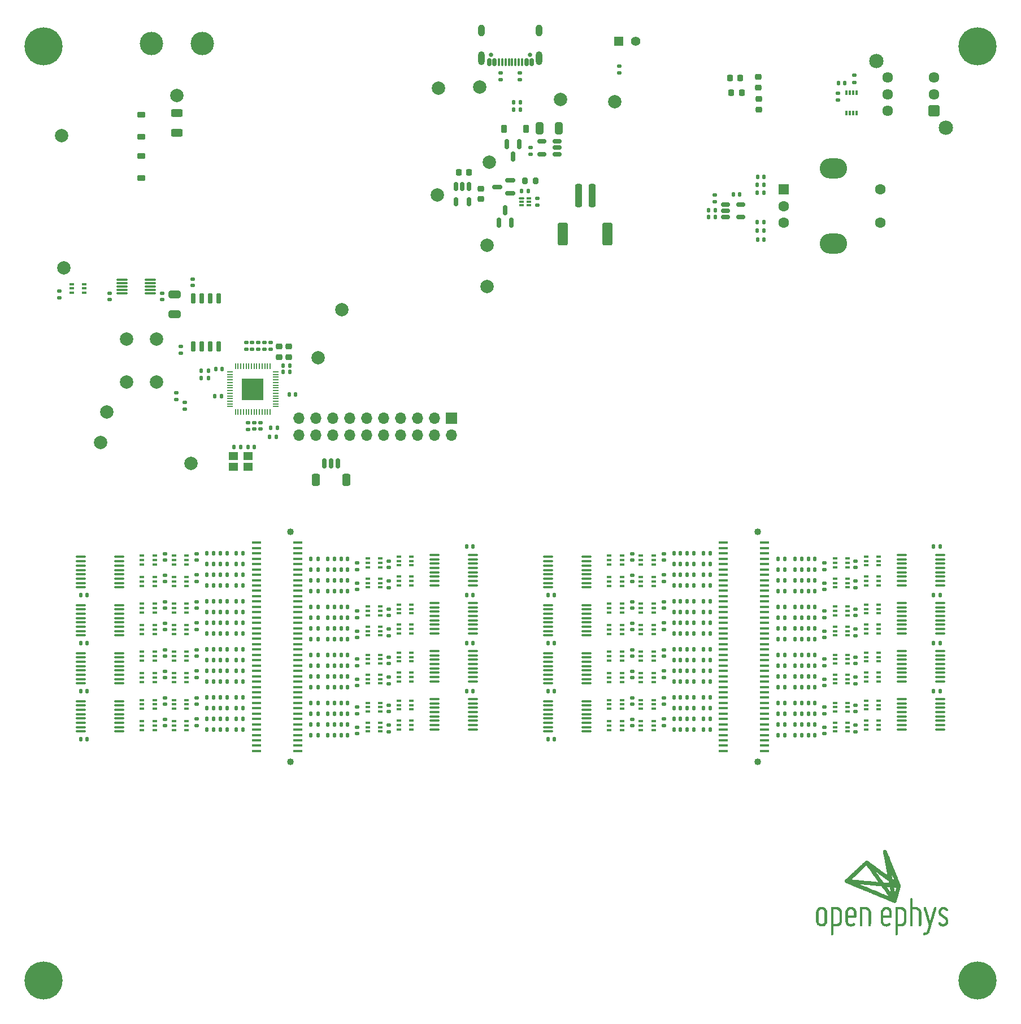
<source format=gbr>
%TF.GenerationSoftware,KiCad,Pcbnew,8.0.1*%
%TF.CreationDate,2024-11-13T17:36:57-05:00*%
%TF.ProjectId,ephys-test-board,65706879-732d-4746-9573-742d626f6172,rev?*%
%TF.SameCoordinates,Original*%
%TF.FileFunction,Soldermask,Top*%
%TF.FilePolarity,Negative*%
%FSLAX46Y46*%
G04 Gerber Fmt 4.6, Leading zero omitted, Abs format (unit mm)*
G04 Created by KiCad (PCBNEW 8.0.1) date 2024-11-13 17:36:57*
%MOMM*%
%LPD*%
G01*
G04 APERTURE LIST*
G04 Aperture macros list*
%AMRoundRect*
0 Rectangle with rounded corners*
0 $1 Rounding radius*
0 $2 $3 $4 $5 $6 $7 $8 $9 X,Y pos of 4 corners*
0 Add a 4 corners polygon primitive as box body*
4,1,4,$2,$3,$4,$5,$6,$7,$8,$9,$2,$3,0*
0 Add four circle primitives for the rounded corners*
1,1,$1+$1,$2,$3*
1,1,$1+$1,$4,$5*
1,1,$1+$1,$6,$7*
1,1,$1+$1,$8,$9*
0 Add four rect primitives between the rounded corners*
20,1,$1+$1,$2,$3,$4,$5,0*
20,1,$1+$1,$4,$5,$6,$7,0*
20,1,$1+$1,$6,$7,$8,$9,0*
20,1,$1+$1,$8,$9,$2,$3,0*%
G04 Aperture macros list end*
%ADD10C,0.000000*%
%ADD11R,1.400000X1.400000*%
%ADD12C,1.400000*%
%ADD13RoundRect,0.135000X-0.185000X0.135000X-0.185000X-0.135000X0.185000X-0.135000X0.185000X0.135000X0*%
%ADD14RoundRect,0.140000X0.140000X0.170000X-0.140000X0.170000X-0.140000X-0.170000X0.140000X-0.170000X0*%
%ADD15RoundRect,0.140000X0.170000X-0.140000X0.170000X0.140000X-0.170000X0.140000X-0.170000X-0.140000X0*%
%ADD16RoundRect,0.225000X0.225000X0.250000X-0.225000X0.250000X-0.225000X-0.250000X0.225000X-0.250000X0*%
%ADD17RoundRect,0.140000X-0.140000X-0.170000X0.140000X-0.170000X0.140000X0.170000X-0.140000X0.170000X0*%
%ADD18RoundRect,0.225000X0.250000X-0.225000X0.250000X0.225000X-0.250000X0.225000X-0.250000X-0.225000X0*%
%ADD19RoundRect,0.140000X-0.170000X0.140000X-0.170000X-0.140000X0.170000X-0.140000X0.170000X0.140000X0*%
%ADD20RoundRect,0.250000X-0.325000X-0.650000X0.325000X-0.650000X0.325000X0.650000X-0.325000X0.650000X0*%
%ADD21RoundRect,0.225000X-0.250000X0.225000X-0.250000X-0.225000X0.250000X-0.225000X0.250000X0.225000X0*%
%ADD22C,1.016000*%
%ADD23R,1.450000X0.457000*%
%ADD24RoundRect,0.150000X0.150000X0.625000X-0.150000X0.625000X-0.150000X-0.625000X0.150000X-0.625000X0*%
%ADD25RoundRect,0.250000X0.350000X0.650000X-0.350000X0.650000X-0.350000X-0.650000X0.350000X-0.650000X0*%
%ADD26RoundRect,0.250000X-0.625000X0.312500X-0.625000X-0.312500X0.625000X-0.312500X0.625000X0.312500X0*%
%ADD27RoundRect,0.200000X-0.200000X-0.275000X0.200000X-0.275000X0.200000X0.275000X-0.200000X0.275000X0*%
%ADD28RoundRect,0.135000X-0.135000X-0.185000X0.135000X-0.185000X0.135000X0.185000X-0.135000X0.185000X0*%
%ADD29RoundRect,0.150000X-0.150000X0.512500X-0.150000X-0.512500X0.150000X-0.512500X0.150000X0.512500X0*%
%ADD30RoundRect,0.070000X-0.355000X0.070000X-0.355000X-0.070000X0.355000X-0.070000X0.355000X0.070000X0*%
%ADD31RoundRect,0.070000X-0.305000X0.070000X-0.305000X-0.070000X0.305000X-0.070000X0.305000X0.070000X0*%
%ADD32RoundRect,0.135000X0.135000X0.185000X-0.135000X0.185000X-0.135000X-0.185000X0.135000X-0.185000X0*%
%ADD33RoundRect,0.100000X0.225000X0.100000X-0.225000X0.100000X-0.225000X-0.100000X0.225000X-0.100000X0*%
%ADD34RoundRect,0.100000X-0.637500X-0.100000X0.637500X-0.100000X0.637500X0.100000X-0.637500X0.100000X0*%
%ADD35RoundRect,0.100000X-0.225000X-0.100000X0.225000X-0.100000X0.225000X0.100000X-0.225000X0.100000X0*%
%ADD36RoundRect,0.225000X-0.375000X0.225000X-0.375000X-0.225000X0.375000X-0.225000X0.375000X0.225000X0*%
%ADD37C,2.000000*%
%ADD38RoundRect,0.250000X-0.650000X0.325000X-0.650000X-0.325000X0.650000X-0.325000X0.650000X0.325000X0*%
%ADD39RoundRect,0.150000X-0.150000X0.587500X-0.150000X-0.587500X0.150000X-0.587500X0.150000X0.587500X0*%
%ADD40RoundRect,0.100000X0.637500X0.100000X-0.637500X0.100000X-0.637500X-0.100000X0.637500X-0.100000X0*%
%ADD41RoundRect,0.135000X0.185000X-0.135000X0.185000X0.135000X-0.185000X0.135000X-0.185000X-0.135000X0*%
%ADD42RoundRect,0.150000X0.512500X0.150000X-0.512500X0.150000X-0.512500X-0.150000X0.512500X-0.150000X0*%
%ADD43O,4.100000X3.000000*%
%ADD44C,1.600000*%
%ADD45RoundRect,0.250000X-0.550000X-0.550000X0.550000X-0.550000X0.550000X0.550000X-0.550000X0.550000X0*%
%ADD46RoundRect,0.150000X0.150000X-0.587500X0.150000X0.587500X-0.150000X0.587500X-0.150000X-0.587500X0*%
%ADD47R,1.700000X1.700000*%
%ADD48O,1.700000X1.700000*%
%ADD49RoundRect,0.150000X0.150000X-0.650000X0.150000X0.650000X-0.150000X0.650000X-0.150000X-0.650000X0*%
%ADD50C,5.700000*%
%ADD51R,1.400000X1.200000*%
%ADD52RoundRect,0.087500X0.725000X0.087500X-0.725000X0.087500X-0.725000X-0.087500X0.725000X-0.087500X0*%
%ADD53RoundRect,0.225000X-0.225000X-0.375000X0.225000X-0.375000X0.225000X0.375000X-0.225000X0.375000X0*%
%ADD54R,3.200000X3.200000*%
%ADD55RoundRect,0.050000X-0.050000X-0.387500X0.050000X-0.387500X0.050000X0.387500X-0.050000X0.387500X0*%
%ADD56RoundRect,0.050000X-0.387500X-0.050000X0.387500X-0.050000X0.387500X0.050000X-0.387500X0.050000X0*%
%ADD57C,3.500000*%
%ADD58C,2.154000*%
%ADD59C,1.612000*%
%ADD60RoundRect,0.102000X0.704000X-0.704000X0.704000X0.704000X-0.704000X0.704000X-0.704000X-0.704000X0*%
%ADD61RoundRect,0.150000X-0.512500X-0.150000X0.512500X-0.150000X0.512500X0.150000X-0.512500X0.150000X0*%
%ADD62R,0.300000X0.800000*%
%ADD63O,1.000000X1.800000*%
%ADD64O,1.000000X2.100000*%
%ADD65RoundRect,0.150000X0.150000X0.425000X-0.150000X0.425000X-0.150000X-0.425000X0.150000X-0.425000X0*%
%ADD66RoundRect,0.075000X0.075000X0.500000X-0.075000X0.500000X-0.075000X-0.500000X0.075000X-0.500000X0*%
%ADD67C,0.650000*%
%ADD68RoundRect,0.250001X-0.499999X-1.449999X0.499999X-1.449999X0.499999X1.449999X-0.499999X1.449999X0*%
%ADD69RoundRect,0.250000X-0.250000X-1.500000X0.250000X-1.500000X0.250000X1.500000X-0.250000X1.500000X0*%
%ADD70RoundRect,0.150000X0.587500X0.150000X-0.587500X0.150000X-0.587500X-0.150000X0.587500X-0.150000X0*%
G04 APERTURE END LIST*
D10*
%TO.C,G\u002A\u002A\u002A*%
G36*
X256178670Y-180411175D02*
G01*
X256260789Y-180440560D01*
X256271954Y-180446413D01*
X256326138Y-180483436D01*
X256368853Y-180531320D01*
X256404327Y-180595423D01*
X256420437Y-180634614D01*
X256427567Y-180652667D01*
X256443295Y-180691927D01*
X256467113Y-180751141D01*
X256498513Y-180829055D01*
X256536988Y-180924415D01*
X256582030Y-181035967D01*
X256633132Y-181162458D01*
X256689784Y-181302633D01*
X256751481Y-181455239D01*
X256817714Y-181619022D01*
X256887975Y-181792729D01*
X256961757Y-181975104D01*
X257038552Y-182164896D01*
X257117853Y-182360849D01*
X257199151Y-182561711D01*
X257281939Y-182766226D01*
X257365710Y-182973142D01*
X257449955Y-183181205D01*
X257534168Y-183389161D01*
X257617839Y-183595756D01*
X257700463Y-183799736D01*
X257781530Y-183999848D01*
X257860533Y-184194837D01*
X257936965Y-184383450D01*
X258010318Y-184564433D01*
X258080084Y-184736533D01*
X258145755Y-184898495D01*
X258206824Y-185049066D01*
X258262783Y-185186991D01*
X258313125Y-185311018D01*
X258357341Y-185419892D01*
X258394925Y-185512360D01*
X258425367Y-185587167D01*
X258448162Y-185643060D01*
X258462800Y-185678786D01*
X258467944Y-185691174D01*
X258493334Y-185773947D01*
X258496526Y-185854033D01*
X258477752Y-185937932D01*
X258476799Y-185940732D01*
X258470889Y-185959668D01*
X258458808Y-185999845D01*
X258441151Y-186059230D01*
X258418510Y-186135791D01*
X258391481Y-186227495D01*
X258360656Y-186332310D01*
X258326630Y-186448203D01*
X258289997Y-186573141D01*
X258251349Y-186705092D01*
X258211282Y-186842023D01*
X258170388Y-186981902D01*
X258129263Y-187122696D01*
X258088498Y-187262373D01*
X258048689Y-187398899D01*
X258010430Y-187530243D01*
X257974313Y-187654371D01*
X257940933Y-187769252D01*
X257910883Y-187872852D01*
X257884758Y-187963139D01*
X257863152Y-188038080D01*
X257846657Y-188095643D01*
X257835869Y-188133796D01*
X257832465Y-188146208D01*
X257802836Y-188213004D01*
X257754641Y-188270241D01*
X257692533Y-188315309D01*
X257621167Y-188345596D01*
X257545195Y-188358493D01*
X257469271Y-188351390D01*
X257467470Y-188350948D01*
X257426614Y-188337666D01*
X257383247Y-188319247D01*
X257376582Y-188315928D01*
X257361782Y-188309428D01*
X257325448Y-188294019D01*
X257268442Y-188270058D01*
X257191624Y-188237902D01*
X257095857Y-188197911D01*
X256982001Y-188150441D01*
X256850918Y-188095850D01*
X256703469Y-188034497D01*
X256540515Y-187966738D01*
X256362917Y-187892932D01*
X256171537Y-187813436D01*
X255967236Y-187728609D01*
X255750875Y-187638807D01*
X255523315Y-187544390D01*
X255285418Y-187445714D01*
X255038045Y-187343137D01*
X254782057Y-187237017D01*
X254518316Y-187127713D01*
X254247682Y-187015581D01*
X253971017Y-186900979D01*
X253815601Y-186836615D01*
X253536004Y-186720828D01*
X253261973Y-186607341D01*
X252994368Y-186496510D01*
X252734048Y-186388693D01*
X252481876Y-186284246D01*
X252238711Y-186183524D01*
X252005414Y-186086886D01*
X251782845Y-185994687D01*
X251571865Y-185907283D01*
X251373334Y-185825032D01*
X251188113Y-185748290D01*
X251017063Y-185677413D01*
X250861043Y-185612758D01*
X250784893Y-185581198D01*
X252370419Y-185581198D01*
X252381044Y-185586088D01*
X252412748Y-185599691D01*
X252464213Y-185621459D01*
X252534121Y-185650847D01*
X252621152Y-185687306D01*
X252723989Y-185730291D01*
X252841313Y-185779253D01*
X252971805Y-185833648D01*
X253114147Y-185892927D01*
X253267020Y-185956544D01*
X253429106Y-186023952D01*
X253599085Y-186094604D01*
X253775640Y-186167954D01*
X253957452Y-186243454D01*
X254143202Y-186320559D01*
X254331571Y-186398720D01*
X254521242Y-186477391D01*
X254710896Y-186556026D01*
X254899213Y-186634077D01*
X255084876Y-186710998D01*
X255266566Y-186786242D01*
X255442964Y-186859262D01*
X255612751Y-186929512D01*
X255774610Y-186996443D01*
X255927222Y-187059511D01*
X256069267Y-187118167D01*
X256199428Y-187171865D01*
X256316386Y-187220058D01*
X256418822Y-187262200D01*
X256505418Y-187297743D01*
X256574855Y-187326141D01*
X256625815Y-187346847D01*
X256656978Y-187359314D01*
X256667043Y-187363033D01*
X256660729Y-187353008D01*
X256641318Y-187324859D01*
X256609900Y-187280113D01*
X256567561Y-187220300D01*
X256515392Y-187146947D01*
X256454480Y-187061581D01*
X256385915Y-186965730D01*
X256310785Y-186860923D01*
X256230178Y-186748686D01*
X256145184Y-186630549D01*
X256140840Y-186624516D01*
X256055323Y-186505946D01*
X255973741Y-186393178D01*
X255897220Y-186287750D01*
X255826888Y-186191200D01*
X255763873Y-186105065D01*
X255709303Y-186030882D01*
X255664306Y-185970189D01*
X255661607Y-185966596D01*
X256420300Y-185966596D01*
X256425764Y-185977458D01*
X256443999Y-186005803D01*
X256473531Y-186049503D01*
X256512885Y-186106433D01*
X256560588Y-186174465D01*
X256615165Y-186251473D01*
X256675144Y-186335331D01*
X256694794Y-186362649D01*
X256756374Y-186447926D01*
X256813473Y-186526573D01*
X256864566Y-186596522D01*
X256908128Y-186655702D01*
X256942633Y-186702046D01*
X256966555Y-186733482D01*
X256978369Y-186747943D01*
X256979341Y-186748649D01*
X256978056Y-186736273D01*
X256972614Y-186703020D01*
X256963542Y-186651790D01*
X256951371Y-186585486D01*
X256936627Y-186507010D01*
X256919840Y-186419263D01*
X256911679Y-186377113D01*
X256893848Y-186285997D01*
X256877318Y-186202778D01*
X256862690Y-186130375D01*
X256850562Y-186071707D01*
X256849269Y-186065689D01*
X257472447Y-186065689D01*
X257472893Y-186078731D01*
X257477481Y-186111722D01*
X257485517Y-186161025D01*
X257496309Y-186223005D01*
X257509164Y-186294028D01*
X257523388Y-186370458D01*
X257538288Y-186448659D01*
X257553172Y-186524997D01*
X257567347Y-186595835D01*
X257580118Y-186657540D01*
X257590793Y-186706474D01*
X257598680Y-186739004D01*
X257603084Y-186751494D01*
X257603207Y-186751527D01*
X257608400Y-186740369D01*
X257619303Y-186708880D01*
X257634981Y-186660036D01*
X257654502Y-186596816D01*
X257676932Y-186522196D01*
X257701337Y-186439154D01*
X257703579Y-186431438D01*
X257727923Y-186347155D01*
X257749883Y-186270361D01*
X257768588Y-186204166D01*
X257783165Y-186151682D01*
X257792744Y-186116018D01*
X257796452Y-186100283D01*
X257796469Y-186100005D01*
X257785278Y-186095258D01*
X257755297Y-186089433D01*
X257711917Y-186083100D01*
X257660531Y-186076830D01*
X257606528Y-186071194D01*
X257555301Y-186066763D01*
X257512239Y-186064107D01*
X257482735Y-186063799D01*
X257472447Y-186065689D01*
X256849269Y-186065689D01*
X256841534Y-186029694D01*
X256836203Y-186007253D01*
X256835172Y-186004320D01*
X256821490Y-186001042D01*
X256788662Y-185996481D01*
X256741549Y-185991078D01*
X256685015Y-185985275D01*
X256623921Y-185979516D01*
X256563129Y-185974241D01*
X256507500Y-185969893D01*
X256461898Y-185966915D01*
X256431182Y-185965747D01*
X256420300Y-185966596D01*
X255661607Y-185966596D01*
X255630008Y-185924523D01*
X255607539Y-185895422D01*
X255598025Y-185884424D01*
X255597937Y-185884384D01*
X255584332Y-185882669D01*
X255548410Y-185878890D01*
X255491877Y-185873206D01*
X255416438Y-185865779D01*
X255323802Y-185856768D01*
X255215673Y-185846335D01*
X255093759Y-185834638D01*
X254959765Y-185821838D01*
X254815398Y-185808097D01*
X254662366Y-185793573D01*
X254502373Y-185778428D01*
X254337126Y-185762821D01*
X254168332Y-185746913D01*
X253997697Y-185730864D01*
X253826927Y-185714835D01*
X253657729Y-185698986D01*
X253491810Y-185683476D01*
X253330875Y-185668467D01*
X253176631Y-185654119D01*
X253030784Y-185640592D01*
X252895042Y-185628045D01*
X252771109Y-185616641D01*
X252660693Y-185606538D01*
X252565499Y-185597897D01*
X252487235Y-185590879D01*
X252427607Y-185585644D01*
X252388320Y-185582351D01*
X252371082Y-185581162D01*
X252370419Y-185581198D01*
X250784893Y-185581198D01*
X250720914Y-185554682D01*
X250597537Y-185503540D01*
X250491773Y-185459690D01*
X250404481Y-185423488D01*
X250336522Y-185395290D01*
X250288757Y-185375453D01*
X250262046Y-185364334D01*
X250256620Y-185362055D01*
X250188230Y-185320198D01*
X250135366Y-185262323D01*
X250099773Y-185192350D01*
X250083197Y-185114199D01*
X250087384Y-185031788D01*
X250095050Y-184999241D01*
X250105885Y-184966316D01*
X250119281Y-184938713D01*
X250139020Y-184911307D01*
X250168883Y-184878974D01*
X250201531Y-184847360D01*
X251101665Y-184847360D01*
X251101668Y-184847502D01*
X251114249Y-184849344D01*
X251149701Y-184853338D01*
X251206763Y-184859358D01*
X251284177Y-184867283D01*
X251380683Y-184876988D01*
X251495022Y-184888351D01*
X251625934Y-184901248D01*
X251772159Y-184915556D01*
X251932439Y-184931152D01*
X252105514Y-184947912D01*
X252290124Y-184965714D01*
X252485010Y-184984434D01*
X252688913Y-185003949D01*
X252900573Y-185024135D01*
X253110258Y-185044065D01*
X253328246Y-185064753D01*
X253539726Y-185084828D01*
X253743436Y-185104170D01*
X253938112Y-185122658D01*
X254122494Y-185140174D01*
X254295318Y-185156596D01*
X254455323Y-185171804D01*
X254601246Y-185185680D01*
X254731825Y-185198102D01*
X254845797Y-185208951D01*
X254941901Y-185218106D01*
X255018874Y-185225448D01*
X255075454Y-185230857D01*
X255110379Y-185234212D01*
X255122360Y-185235390D01*
X255129167Y-185228357D01*
X255128419Y-185224792D01*
X255120953Y-185213614D01*
X255100185Y-185183994D01*
X255066989Y-185137152D01*
X255022237Y-185074305D01*
X254966803Y-184996673D01*
X254901557Y-184905473D01*
X254827375Y-184801924D01*
X254745127Y-184687245D01*
X254655688Y-184562653D01*
X254559929Y-184429369D01*
X254458725Y-184288609D01*
X254352946Y-184141593D01*
X254276097Y-184034849D01*
X254166905Y-183883211D01*
X254061173Y-183736372D01*
X254029631Y-183692564D01*
X254781037Y-183692564D01*
X254783041Y-183699014D01*
X254797572Y-183722409D01*
X254822856Y-183760127D01*
X254857116Y-183809547D01*
X254898578Y-183868046D01*
X254921078Y-183899359D01*
X254957784Y-183950269D01*
X255006722Y-184018213D01*
X255065982Y-184100538D01*
X255133657Y-184194593D01*
X255207839Y-184297725D01*
X255286621Y-184407282D01*
X255368095Y-184520612D01*
X255450353Y-184635064D01*
X255499550Y-184703531D01*
X255575630Y-184809392D01*
X255647558Y-184909421D01*
X255714080Y-185001878D01*
X255773943Y-185085022D01*
X255825892Y-185157115D01*
X255868674Y-185216416D01*
X255901035Y-185261184D01*
X255921721Y-185289681D01*
X255929437Y-185300119D01*
X255942444Y-185302999D01*
X255976042Y-185307817D01*
X256026696Y-185314196D01*
X256090870Y-185321760D01*
X256165029Y-185330132D01*
X256245639Y-185338935D01*
X256329164Y-185347792D01*
X256412069Y-185356326D01*
X256490819Y-185364160D01*
X256561879Y-185370917D01*
X256621713Y-185376221D01*
X256666787Y-185379694D01*
X256685927Y-185380769D01*
X256710040Y-185379141D01*
X256716268Y-185367788D01*
X256714114Y-185354891D01*
X256709113Y-185330978D01*
X256701268Y-185290397D01*
X256691956Y-185240343D01*
X256687999Y-185218560D01*
X256678584Y-185167743D01*
X256670102Y-185124462D01*
X256663886Y-185095417D01*
X256662219Y-185088898D01*
X256652139Y-185079932D01*
X256624162Y-185057816D01*
X256579919Y-185023757D01*
X256521038Y-184978966D01*
X256449149Y-184924650D01*
X256365880Y-184862021D01*
X256272860Y-184792285D01*
X256171718Y-184716653D01*
X256064083Y-184636333D01*
X255951583Y-184552535D01*
X255835849Y-184466468D01*
X255718508Y-184379341D01*
X255601189Y-184292362D01*
X255485522Y-184206742D01*
X255373136Y-184123688D01*
X255265658Y-184044411D01*
X255164719Y-183970118D01*
X255071947Y-183902021D01*
X254988971Y-183841326D01*
X254917420Y-183789244D01*
X254858923Y-183746984D01*
X254815109Y-183715754D01*
X254787606Y-183696764D01*
X254781037Y-183692564D01*
X254029631Y-183692564D01*
X253959820Y-183595607D01*
X253863765Y-183462193D01*
X253773926Y-183337405D01*
X253691222Y-183222519D01*
X253616570Y-183118811D01*
X253550890Y-183027558D01*
X253495099Y-182950034D01*
X253450117Y-182887517D01*
X253416862Y-182841281D01*
X253396252Y-182812604D01*
X253390055Y-182803960D01*
X253352295Y-182751069D01*
X252223689Y-183795993D01*
X252083631Y-183925763D01*
X251948680Y-184050994D01*
X251819886Y-184170700D01*
X251698299Y-184283899D01*
X251584969Y-184389604D01*
X251480948Y-184486831D01*
X251387285Y-184574597D01*
X251305031Y-184651916D01*
X251235237Y-184717805D01*
X251178953Y-184771278D01*
X251137229Y-184811351D01*
X251111116Y-184837040D01*
X251101665Y-184847360D01*
X250201531Y-184847360D01*
X250212652Y-184836591D01*
X250220658Y-184829043D01*
X250241651Y-184809432D01*
X250279361Y-184774366D01*
X250332712Y-184724842D01*
X250400624Y-184661860D01*
X250482020Y-184586417D01*
X250575822Y-184499511D01*
X250680952Y-184402141D01*
X250796331Y-184295305D01*
X250920883Y-184180001D01*
X251053529Y-184057228D01*
X251193190Y-183927983D01*
X251338790Y-183793266D01*
X251489250Y-183654073D01*
X251643492Y-183511405D01*
X251658540Y-183497487D01*
X251813198Y-183354415D01*
X251964232Y-183214635D01*
X252110559Y-183079152D01*
X252251095Y-182948971D01*
X252384758Y-182825097D01*
X252510465Y-182708535D01*
X252627132Y-182600292D01*
X252733677Y-182501370D01*
X252829017Y-182412777D01*
X252912068Y-182335517D01*
X252981748Y-182270596D01*
X253036973Y-182219018D01*
X253076661Y-182181788D01*
X253099728Y-182159913D01*
X253100943Y-182158740D01*
X253165782Y-182098425D01*
X253219828Y-182054662D01*
X253267437Y-182025086D01*
X253312965Y-182007331D01*
X253360768Y-181999032D01*
X253397685Y-181997581D01*
X253429955Y-181998168D01*
X253458220Y-182001024D01*
X253485579Y-182007794D01*
X253515134Y-182020121D01*
X253549982Y-182039650D01*
X253593223Y-182068024D01*
X253647959Y-182106887D01*
X253717287Y-182157884D01*
X253760474Y-182189997D01*
X253822746Y-182236267D01*
X253899057Y-182292790D01*
X253988077Y-182358589D01*
X254088477Y-182432690D01*
X254198927Y-182514116D01*
X254318096Y-182601893D01*
X254444655Y-182695044D01*
X254577274Y-182792594D01*
X254714623Y-182893567D01*
X254855371Y-182996988D01*
X254998190Y-183101881D01*
X255141749Y-183207270D01*
X255284719Y-183312180D01*
X255425768Y-183415635D01*
X255563569Y-183516660D01*
X255696789Y-183614278D01*
X255824100Y-183707515D01*
X255944172Y-183795395D01*
X256055674Y-183876941D01*
X256157278Y-183951179D01*
X256247652Y-184017133D01*
X256325467Y-184073827D01*
X256389393Y-184120285D01*
X256438100Y-184155532D01*
X256470259Y-184178593D01*
X256484538Y-184188491D01*
X256485155Y-184188802D01*
X256483299Y-184176737D01*
X256477064Y-184142218D01*
X256466706Y-184086580D01*
X256452481Y-184011157D01*
X256434645Y-183917286D01*
X256413455Y-183806300D01*
X256402952Y-183751480D01*
X257023680Y-183751480D01*
X257024815Y-183764058D01*
X257030131Y-183797892D01*
X257039169Y-183850445D01*
X257051475Y-183919186D01*
X257066592Y-184001578D01*
X257084063Y-184095087D01*
X257103433Y-184197181D01*
X257111460Y-184239073D01*
X257134593Y-184359171D01*
X257153781Y-184457723D01*
X257169585Y-184536998D01*
X257182564Y-184599262D01*
X257193281Y-184646785D01*
X257202294Y-184681835D01*
X257210166Y-184706679D01*
X257217455Y-184723586D01*
X257224724Y-184734824D01*
X257232531Y-184742661D01*
X257236721Y-184745945D01*
X257259385Y-184762859D01*
X257296128Y-184790307D01*
X257341619Y-184824305D01*
X257384407Y-184856294D01*
X257429519Y-184889424D01*
X257467175Y-184915943D01*
X257493434Y-184933153D01*
X257504350Y-184938362D01*
X257500853Y-184926695D01*
X257489042Y-184894663D01*
X257469738Y-184844352D01*
X257443761Y-184777846D01*
X257411933Y-184697230D01*
X257375074Y-184604588D01*
X257334006Y-184502005D01*
X257289550Y-184391567D01*
X257268883Y-184340420D01*
X257223040Y-184227410D01*
X257179880Y-184121623D01*
X257140256Y-184025108D01*
X257105022Y-183939914D01*
X257075028Y-183868088D01*
X257051130Y-183811680D01*
X257034179Y-183772737D01*
X257025028Y-183753308D01*
X257023680Y-183751480D01*
X256402952Y-183751480D01*
X256398454Y-183728006D01*
X257008779Y-183728006D01*
X257014838Y-183734065D01*
X257020897Y-183728006D01*
X257014838Y-183721947D01*
X257008779Y-183728006D01*
X256398454Y-183728006D01*
X256389167Y-183679536D01*
X256362037Y-183538328D01*
X256332320Y-183384011D01*
X256300274Y-183217920D01*
X256266154Y-183041391D01*
X256230216Y-182855758D01*
X256192717Y-182662357D01*
X256158159Y-182484374D01*
X256104315Y-182206702D01*
X256055290Y-181952719D01*
X256011072Y-181722364D01*
X255971648Y-181515576D01*
X255937009Y-181332293D01*
X255907142Y-181172455D01*
X255882036Y-181035999D01*
X255861679Y-180922865D01*
X255846061Y-180832991D01*
X255835169Y-180766316D01*
X255828994Y-180722779D01*
X255827440Y-180704485D01*
X255837139Y-180618940D01*
X255866970Y-180546627D01*
X255917342Y-180486696D01*
X255940915Y-180467745D01*
X256017875Y-180424823D01*
X256097413Y-180405948D01*
X256178670Y-180411175D01*
G37*
G36*
X258769101Y-189001108D02*
G01*
X258870122Y-189042085D01*
X258955089Y-189088428D01*
X259032184Y-189145233D01*
X259098273Y-189206188D01*
X259186290Y-189307270D01*
X259254712Y-189416956D01*
X259307395Y-189541455D01*
X259308540Y-189544800D01*
X259341555Y-189641747D01*
X259341555Y-190417319D01*
X259341555Y-191192892D01*
X259308540Y-191289838D01*
X259256200Y-191414785D01*
X259188217Y-191524765D01*
X259100736Y-191625986D01*
X259098273Y-191628450D01*
X259020628Y-191698936D01*
X258942183Y-191754216D01*
X258854662Y-191799432D01*
X258769101Y-191833039D01*
X258736046Y-191844551D01*
X258707624Y-191853474D01*
X258680079Y-191860193D01*
X258649653Y-191865093D01*
X258612592Y-191868560D01*
X258565139Y-191870979D01*
X258503538Y-191872734D01*
X258424034Y-191874211D01*
X258357270Y-191875262D01*
X258051610Y-191879987D01*
X258048253Y-192477761D01*
X258047462Y-192613578D01*
X258046685Y-192727266D01*
X258045828Y-192820929D01*
X258044795Y-192896675D01*
X258043492Y-192956610D01*
X258041824Y-193002840D01*
X258039698Y-193037472D01*
X258037018Y-193062611D01*
X258033689Y-193080365D01*
X258029618Y-193092840D01*
X258024709Y-193102141D01*
X258019910Y-193108989D01*
X257991835Y-193140692D01*
X257963250Y-193166092D01*
X257922595Y-193184840D01*
X257870096Y-193193966D01*
X257816535Y-193192541D01*
X257777691Y-193182099D01*
X257733904Y-193152487D01*
X257696506Y-193109983D01*
X257672724Y-193063412D01*
X257669270Y-193049667D01*
X257668522Y-193033405D01*
X257667838Y-192994215D01*
X257667220Y-192933404D01*
X257666672Y-192852279D01*
X257666195Y-192752151D01*
X257665791Y-192634325D01*
X257665464Y-192500110D01*
X257665215Y-192350814D01*
X257665046Y-192187745D01*
X257664960Y-192012211D01*
X257664959Y-191825520D01*
X257665046Y-191628979D01*
X257665222Y-191423897D01*
X257665490Y-191211582D01*
X257665759Y-191045329D01*
X257666212Y-190789960D01*
X257666638Y-190557710D01*
X257667054Y-190347462D01*
X257667476Y-190158097D01*
X257667918Y-189988499D01*
X257668397Y-189837550D01*
X257668930Y-189704132D01*
X257669531Y-189587128D01*
X257670217Y-189485421D01*
X257671004Y-189397892D01*
X257671647Y-189344848D01*
X258050954Y-189344848D01*
X258050954Y-190417319D01*
X258050954Y-191489790D01*
X258310418Y-191489790D01*
X258401193Y-191489486D01*
X258471701Y-191488395D01*
X258525907Y-191486249D01*
X258567776Y-191482780D01*
X258601272Y-191477720D01*
X258630360Y-191470802D01*
X258641845Y-191467393D01*
X258737323Y-191426301D01*
X258817862Y-191366722D01*
X258884447Y-191287776D01*
X258927860Y-191211069D01*
X258933194Y-191199388D01*
X258937741Y-191187262D01*
X258941563Y-191172765D01*
X258944724Y-191153971D01*
X258947286Y-191128953D01*
X258949312Y-191095786D01*
X258950865Y-191052543D01*
X258952007Y-190997299D01*
X258952803Y-190928127D01*
X258953313Y-190843102D01*
X258953603Y-190740297D01*
X258953733Y-190617787D01*
X258953768Y-190473645D01*
X258953769Y-190417319D01*
X258953753Y-190265093D01*
X258953664Y-190135177D01*
X258953437Y-190025646D01*
X258953012Y-189934573D01*
X258952324Y-189860033D01*
X258951311Y-189800100D01*
X258949910Y-189752846D01*
X258948058Y-189716347D01*
X258945692Y-189688677D01*
X258942750Y-189667908D01*
X258939168Y-189652116D01*
X258934884Y-189639374D01*
X258929834Y-189627756D01*
X258927860Y-189623569D01*
X258871613Y-189528686D01*
X258802187Y-189453868D01*
X258718601Y-189398233D01*
X258641845Y-189367245D01*
X258613416Y-189359493D01*
X258582192Y-189353710D01*
X258544208Y-189349626D01*
X258495500Y-189346974D01*
X258432104Y-189345486D01*
X258350054Y-189344894D01*
X258310418Y-189344848D01*
X258050954Y-189344848D01*
X257671647Y-189344848D01*
X257671907Y-189323425D01*
X257672943Y-189260902D01*
X257674128Y-189209204D01*
X257675477Y-189167216D01*
X257677006Y-189133818D01*
X257678731Y-189107894D01*
X257680668Y-189088327D01*
X257682833Y-189073998D01*
X257685242Y-189063790D01*
X257687911Y-189056585D01*
X257690856Y-189051267D01*
X257694092Y-189046717D01*
X257694212Y-189046555D01*
X257723073Y-189014214D01*
X257752693Y-188988106D01*
X257762279Y-188981567D01*
X257773381Y-188976281D01*
X257788508Y-188972113D01*
X257810171Y-188968932D01*
X257840879Y-188966605D01*
X257883143Y-188964999D01*
X257939471Y-188963980D01*
X258012375Y-188963416D01*
X258104363Y-188963174D01*
X258217946Y-188963121D01*
X258224559Y-188963121D01*
X258662929Y-188963121D01*
X258769101Y-189001108D01*
G37*
G36*
X249122917Y-189001108D02*
G01*
X249223939Y-189042085D01*
X249308906Y-189088428D01*
X249386001Y-189145233D01*
X249452090Y-189206188D01*
X249540107Y-189307270D01*
X249608528Y-189416956D01*
X249661212Y-189541455D01*
X249662357Y-189544800D01*
X249695372Y-189641747D01*
X249695372Y-190417319D01*
X249695372Y-191192892D01*
X249662357Y-191289838D01*
X249610016Y-191414785D01*
X249542034Y-191524765D01*
X249454553Y-191625986D01*
X249452090Y-191628450D01*
X249374445Y-191698936D01*
X249296000Y-191754216D01*
X249208479Y-191799432D01*
X249122917Y-191833039D01*
X249089863Y-191844551D01*
X249061441Y-191853474D01*
X249033895Y-191860193D01*
X249003470Y-191865093D01*
X248966409Y-191868560D01*
X248918956Y-191870979D01*
X248857355Y-191872734D01*
X248777851Y-191874211D01*
X248711086Y-191875262D01*
X248405427Y-191879987D01*
X248402069Y-192477761D01*
X248401279Y-192613578D01*
X248400502Y-192727266D01*
X248399644Y-192820929D01*
X248398612Y-192896675D01*
X248397309Y-192956610D01*
X248395641Y-193002840D01*
X248393515Y-193037472D01*
X248390835Y-193062611D01*
X248387506Y-193080365D01*
X248383435Y-193092840D01*
X248378526Y-193102141D01*
X248373726Y-193108989D01*
X248345652Y-193140692D01*
X248317067Y-193166092D01*
X248276412Y-193184840D01*
X248223913Y-193193966D01*
X248170352Y-193192541D01*
X248131508Y-193182099D01*
X248087721Y-193152487D01*
X248050323Y-193109983D01*
X248026541Y-193063412D01*
X248023087Y-193049667D01*
X248022339Y-193033405D01*
X248021654Y-192994215D01*
X248021037Y-192933404D01*
X248020489Y-192852279D01*
X248020012Y-192752151D01*
X248019608Y-192634325D01*
X248019281Y-192500110D01*
X248019032Y-192350814D01*
X248018863Y-192187745D01*
X248018777Y-192012211D01*
X248018776Y-191825520D01*
X248018863Y-191628979D01*
X248019039Y-191423897D01*
X248019307Y-191211582D01*
X248019575Y-191045329D01*
X248020029Y-190789960D01*
X248020455Y-190557710D01*
X248020871Y-190347462D01*
X248021292Y-190158097D01*
X248021735Y-189988499D01*
X248022214Y-189837550D01*
X248022747Y-189704132D01*
X248023348Y-189587128D01*
X248024034Y-189485421D01*
X248024821Y-189397892D01*
X248025464Y-189344848D01*
X248404771Y-189344848D01*
X248404771Y-190417319D01*
X248404771Y-191489790D01*
X248664235Y-191489790D01*
X248755010Y-191489486D01*
X248825518Y-191488395D01*
X248879724Y-191486249D01*
X248921593Y-191482780D01*
X248955089Y-191477720D01*
X248984177Y-191470802D01*
X248995662Y-191467393D01*
X249091140Y-191426301D01*
X249171679Y-191366722D01*
X249238264Y-191287776D01*
X249281677Y-191211069D01*
X249287011Y-191199388D01*
X249291558Y-191187262D01*
X249295380Y-191172765D01*
X249298541Y-191153971D01*
X249301103Y-191128953D01*
X249303129Y-191095786D01*
X249304681Y-191052543D01*
X249305824Y-190997299D01*
X249306619Y-190928127D01*
X249307130Y-190843102D01*
X249307419Y-190740297D01*
X249307550Y-190617787D01*
X249307585Y-190473645D01*
X249307586Y-190417319D01*
X249307570Y-190265093D01*
X249307480Y-190135177D01*
X249307254Y-190025646D01*
X249306829Y-189934573D01*
X249306141Y-189860033D01*
X249305128Y-189800100D01*
X249303727Y-189752846D01*
X249301875Y-189716347D01*
X249299509Y-189688677D01*
X249296567Y-189667908D01*
X249292985Y-189652116D01*
X249288700Y-189639374D01*
X249283651Y-189627756D01*
X249281677Y-189623569D01*
X249225429Y-189528686D01*
X249156004Y-189453868D01*
X249072418Y-189398233D01*
X248995662Y-189367245D01*
X248967232Y-189359493D01*
X248936008Y-189353710D01*
X248898025Y-189349626D01*
X248849317Y-189346974D01*
X248785921Y-189345486D01*
X248703871Y-189344894D01*
X248664235Y-189344848D01*
X248404771Y-189344848D01*
X248025464Y-189344848D01*
X248025724Y-189323425D01*
X248026760Y-189260902D01*
X248027945Y-189209204D01*
X248029293Y-189167216D01*
X248030822Y-189133818D01*
X248032548Y-189107894D01*
X248034485Y-189088327D01*
X248036650Y-189073998D01*
X248039059Y-189063790D01*
X248041728Y-189056585D01*
X248044673Y-189051267D01*
X248047909Y-189046717D01*
X248048029Y-189046555D01*
X248076890Y-189014214D01*
X248106510Y-188988106D01*
X248116096Y-188981567D01*
X248127198Y-188976281D01*
X248142325Y-188972113D01*
X248163988Y-188968932D01*
X248194696Y-188966605D01*
X248236959Y-188964999D01*
X248293288Y-188963980D01*
X248366191Y-188963416D01*
X248458180Y-188963174D01*
X248571763Y-188963121D01*
X248578376Y-188963121D01*
X249016746Y-188963121D01*
X249122917Y-189001108D01*
G37*
G36*
X263730300Y-188956672D02*
G01*
X263781428Y-188989272D01*
X263819637Y-189035975D01*
X263840714Y-189093608D01*
X263843511Y-189125273D01*
X263840110Y-189139859D01*
X263830211Y-189176113D01*
X263814274Y-189232485D01*
X263792759Y-189307427D01*
X263766124Y-189399389D01*
X263734830Y-189506822D01*
X263699336Y-189628176D01*
X263660100Y-189761903D01*
X263617583Y-189906454D01*
X263572243Y-190060279D01*
X263524541Y-190221829D01*
X263474935Y-190389555D01*
X263423884Y-190561908D01*
X263371849Y-190737339D01*
X263319288Y-190914298D01*
X263266662Y-191091237D01*
X263214428Y-191266605D01*
X263163047Y-191438855D01*
X263112978Y-191606436D01*
X263064680Y-191767800D01*
X263018613Y-191921397D01*
X262975236Y-192065679D01*
X262935009Y-192199096D01*
X262898390Y-192320099D01*
X262865839Y-192427139D01*
X262837816Y-192518666D01*
X262824367Y-192562262D01*
X262787143Y-192669892D01*
X262746728Y-192759274D01*
X262699723Y-192836391D01*
X262642729Y-192907232D01*
X262607602Y-192943989D01*
X262496614Y-193038708D01*
X262376017Y-193111712D01*
X262247033Y-193162436D01*
X262110887Y-193190311D01*
X262068177Y-193194176D01*
X262016292Y-193196545D01*
X261980044Y-193194767D01*
X261951012Y-193187611D01*
X261920771Y-193173848D01*
X261917595Y-193172186D01*
X261864873Y-193132102D01*
X261832043Y-193078406D01*
X261819818Y-193012307D01*
X261819752Y-193006601D01*
X261827824Y-192940555D01*
X261852907Y-192888898D01*
X261896297Y-192850471D01*
X261959293Y-192824116D01*
X262041366Y-192808879D01*
X262150763Y-192786736D01*
X262243984Y-192746568D01*
X262321111Y-192688322D01*
X262382228Y-192611945D01*
X262398037Y-192584390D01*
X262412275Y-192552317D01*
X262431144Y-192502170D01*
X262453664Y-192437237D01*
X262478856Y-192360810D01*
X262505740Y-192276178D01*
X262533336Y-192186631D01*
X262560665Y-192095459D01*
X262586748Y-192005952D01*
X262610604Y-191921401D01*
X262631254Y-191845095D01*
X262647719Y-191780325D01*
X262659018Y-191730379D01*
X262664174Y-191698550D01*
X262664162Y-191690577D01*
X262659866Y-191674024D01*
X262649067Y-191635852D01*
X262632235Y-191577652D01*
X262609842Y-191501017D01*
X262582357Y-191407538D01*
X262550252Y-191298807D01*
X262513998Y-191176418D01*
X262474064Y-191041961D01*
X262430922Y-190897028D01*
X262385043Y-190743213D01*
X262336897Y-190582106D01*
X262298452Y-190453674D01*
X262248664Y-190287389D01*
X262200608Y-190126738D01*
X262154771Y-189973357D01*
X262111640Y-189828883D01*
X262071702Y-189694951D01*
X262035444Y-189573198D01*
X262003353Y-189465261D01*
X261975916Y-189372775D01*
X261953621Y-189297378D01*
X261936953Y-189240704D01*
X261926401Y-189204392D01*
X261922806Y-189191555D01*
X261913826Y-189119357D01*
X261927148Y-189056349D01*
X261962936Y-189001851D01*
X261970905Y-188993732D01*
X262022729Y-188958446D01*
X262081385Y-188942398D01*
X262141455Y-188944801D01*
X262197522Y-188964868D01*
X262244168Y-189001810D01*
X262268130Y-189036928D01*
X262274300Y-189053806D01*
X262286798Y-189092147D01*
X262305082Y-189150171D01*
X262328610Y-189226100D01*
X262356839Y-189318153D01*
X262389227Y-189424551D01*
X262425231Y-189543515D01*
X262464310Y-189673265D01*
X262505920Y-189812023D01*
X262549520Y-189958007D01*
X262577147Y-190050809D01*
X262621382Y-190199345D01*
X262663711Y-190341022D01*
X262703619Y-190474144D01*
X262740591Y-190597016D01*
X262774113Y-190707942D01*
X262803670Y-190805226D01*
X262828747Y-190887172D01*
X262848829Y-190952084D01*
X262863403Y-190998267D01*
X262871953Y-191024026D01*
X262874046Y-191029014D01*
X262878398Y-191017704D01*
X262889170Y-190984919D01*
X262905824Y-190932400D01*
X262927825Y-190861890D01*
X262954638Y-190775131D01*
X262985726Y-190673864D01*
X263020554Y-190559832D01*
X263058586Y-190434776D01*
X263099287Y-190300438D01*
X263142119Y-190158561D01*
X263158203Y-190105159D01*
X263202276Y-189958751D01*
X263244771Y-189817602D01*
X263285106Y-189683648D01*
X263322698Y-189558824D01*
X263356963Y-189445067D01*
X263387318Y-189344312D01*
X263413181Y-189258495D01*
X263433968Y-189189550D01*
X263449096Y-189139415D01*
X263457982Y-189110023D01*
X263459247Y-189105858D01*
X263489911Y-189034290D01*
X263532481Y-188983326D01*
X263587881Y-188951962D01*
X263606140Y-188946475D01*
X263670466Y-188941348D01*
X263730300Y-188956672D01*
G37*
G36*
X264909924Y-188939524D02*
G01*
X264973879Y-188940442D01*
X265021639Y-188943382D01*
X265061231Y-188949653D01*
X265100686Y-188960564D01*
X265148033Y-188977422D01*
X265152290Y-188979025D01*
X265271959Y-189034692D01*
X265380146Y-189106020D01*
X265473143Y-189190039D01*
X265547242Y-189283781D01*
X265561323Y-189306578D01*
X265588183Y-189372277D01*
X265593333Y-189436957D01*
X265577747Y-189496721D01*
X265542401Y-189547676D01*
X265491788Y-189584185D01*
X265424946Y-189606343D01*
X265360536Y-189605630D01*
X265301992Y-189583011D01*
X265252749Y-189539452D01*
X265233554Y-189511609D01*
X265177319Y-189435964D01*
X265108749Y-189380659D01*
X265026860Y-189345154D01*
X264930669Y-189328911D01*
X264897805Y-189327703D01*
X264815141Y-189332140D01*
X264747490Y-189349087D01*
X264687639Y-189381387D01*
X264628375Y-189431889D01*
X264624824Y-189435416D01*
X264567794Y-189507812D01*
X264530141Y-189589013D01*
X264512099Y-189674968D01*
X264513901Y-189761625D01*
X264535779Y-189844932D01*
X264577964Y-189920836D01*
X264595708Y-189942807D01*
X264619191Y-189964991D01*
X264660389Y-189998916D01*
X264716920Y-190042781D01*
X264786404Y-190094780D01*
X264866455Y-190153111D01*
X264954694Y-190215970D01*
X264980700Y-190234246D01*
X265063818Y-190293056D01*
X265143327Y-190350384D01*
X265216299Y-190404038D01*
X265279805Y-190451828D01*
X265330917Y-190491560D01*
X265366707Y-190521042D01*
X265379422Y-190532714D01*
X265463237Y-190630018D01*
X265527908Y-190736571D01*
X265569351Y-190834866D01*
X265584543Y-190879474D01*
X265594889Y-190916869D01*
X265601321Y-190953767D01*
X265604772Y-190996885D01*
X265606174Y-191052939D01*
X265606432Y-191102004D01*
X265603355Y-191207229D01*
X265592540Y-191295498D01*
X265572241Y-191373343D01*
X265540712Y-191447292D01*
X265496208Y-191523875D01*
X265491781Y-191530698D01*
X265407717Y-191638615D01*
X265308931Y-191729566D01*
X265198151Y-191802467D01*
X265078100Y-191856231D01*
X264951505Y-191889772D01*
X264821091Y-191902003D01*
X264689582Y-191891839D01*
X264621865Y-191877394D01*
X264499443Y-191834139D01*
X264384130Y-191771695D01*
X264280391Y-191693189D01*
X264192689Y-191601748D01*
X264155073Y-191550382D01*
X264118033Y-191478633D01*
X264102328Y-191410394D01*
X264107257Y-191348214D01*
X264132120Y-191294640D01*
X264176218Y-191252221D01*
X264238850Y-191223504D01*
X264245396Y-191221672D01*
X264312512Y-191213784D01*
X264371327Y-191228585D01*
X264423002Y-191266457D01*
X264439970Y-191285674D01*
X264492247Y-191348882D01*
X264535455Y-191395801D01*
X264573842Y-191430389D01*
X264611656Y-191456608D01*
X264639800Y-191471972D01*
X264678040Y-191489536D01*
X264712049Y-191500140D01*
X264750543Y-191505512D01*
X264802240Y-191507379D01*
X264819036Y-191507504D01*
X264875008Y-191506824D01*
X264915296Y-191503120D01*
X264948414Y-191494751D01*
X264982875Y-191480074D01*
X264996633Y-191473242D01*
X265075680Y-191421531D01*
X265143569Y-191354258D01*
X265190657Y-191283779D01*
X265203875Y-191254998D01*
X265212268Y-191225823D01*
X265216871Y-191189596D01*
X265218721Y-191139658D01*
X265218941Y-191102004D01*
X265218438Y-191043331D01*
X265216073Y-191002009D01*
X265210557Y-190971159D01*
X265200603Y-190943901D01*
X265184923Y-190913356D01*
X265182972Y-190909822D01*
X265170672Y-190888304D01*
X265158006Y-190868797D01*
X265143007Y-190849687D01*
X265123708Y-190829359D01*
X265098140Y-190806199D01*
X265064338Y-190778592D01*
X265020332Y-190744924D01*
X264964155Y-190703580D01*
X264893841Y-190652946D01*
X264807421Y-190591408D01*
X264715685Y-190526384D01*
X264618091Y-190456563D01*
X264530611Y-190392566D01*
X264455216Y-190335902D01*
X264393877Y-190288079D01*
X264348565Y-190250605D01*
X264321251Y-190224989D01*
X264319840Y-190223426D01*
X264245757Y-190123023D01*
X264186121Y-190007151D01*
X264156719Y-189926527D01*
X264136402Y-189834230D01*
X264127360Y-189731315D01*
X264129626Y-189626838D01*
X264143230Y-189529856D01*
X264155169Y-189484208D01*
X264206363Y-189361805D01*
X264277896Y-189249792D01*
X264367166Y-189150734D01*
X264471575Y-189067194D01*
X264588523Y-189001735D01*
X264679676Y-188967039D01*
X264729104Y-188953440D01*
X264776420Y-188944981D01*
X264829966Y-188940663D01*
X264898086Y-188939491D01*
X264909924Y-188939524D01*
G37*
G36*
X260134864Y-187648263D02*
G01*
X260182051Y-187668988D01*
X260223903Y-187708305D01*
X260237562Y-187725649D01*
X260243241Y-187733914D01*
X260248003Y-187743596D01*
X260251944Y-187756802D01*
X260255158Y-187775637D01*
X260257739Y-187802207D01*
X260259783Y-187838619D01*
X260261383Y-187886978D01*
X260262635Y-187949391D01*
X260263632Y-188027964D01*
X260264469Y-188124802D01*
X260265242Y-188242012D01*
X260265905Y-188357016D01*
X260269263Y-188954929D01*
X260574923Y-188959753D01*
X260669783Y-188961358D01*
X260744152Y-188963047D01*
X260801772Y-188965165D01*
X260846388Y-188968056D01*
X260881743Y-188972067D01*
X260911581Y-188977541D01*
X260939645Y-188984825D01*
X260969679Y-188994263D01*
X260977529Y-188996864D01*
X261103757Y-189049087D01*
X261215205Y-189117820D01*
X261316656Y-189205673D01*
X261404225Y-189306757D01*
X261472650Y-189417213D01*
X261525535Y-189542876D01*
X261526193Y-189544800D01*
X261559208Y-189641747D01*
X261559208Y-190710295D01*
X261559200Y-190895560D01*
X261559153Y-191058125D01*
X261559031Y-191199528D01*
X261558801Y-191321306D01*
X261558426Y-191424997D01*
X261557873Y-191512137D01*
X261557107Y-191584265D01*
X261556092Y-191642916D01*
X261554794Y-191689629D01*
X261553177Y-191725941D01*
X261551208Y-191753389D01*
X261548851Y-191773511D01*
X261546071Y-191787842D01*
X261542834Y-191797922D01*
X261539104Y-191805287D01*
X261534847Y-191811475D01*
X261534223Y-191812314D01*
X261492470Y-191858489D01*
X261447839Y-191884805D01*
X261392705Y-191895169D01*
X261371374Y-191895754D01*
X261311223Y-191889714D01*
X261264035Y-191868989D01*
X261222183Y-191829670D01*
X261208525Y-191812328D01*
X261204156Y-191806074D01*
X261200317Y-191798728D01*
X261196964Y-191788741D01*
X261194053Y-191774560D01*
X261191539Y-191754633D01*
X261189377Y-191727410D01*
X261187524Y-191691339D01*
X261185935Y-191644869D01*
X261184565Y-191586448D01*
X261183371Y-191514524D01*
X261182306Y-191427547D01*
X261181328Y-191323965D01*
X261180392Y-191202227D01*
X261179453Y-191060781D01*
X261178467Y-190898075D01*
X261177481Y-190728487D01*
X261171422Y-189678101D01*
X261135908Y-189605656D01*
X261080931Y-189519665D01*
X261008094Y-189445823D01*
X260922785Y-189389515D01*
X260916673Y-189386461D01*
X260844227Y-189350989D01*
X260556589Y-189346959D01*
X260268950Y-189342929D01*
X260265749Y-190560894D01*
X260265220Y-190759469D01*
X260264719Y-190935241D01*
X260264214Y-191089646D01*
X260263671Y-191224118D01*
X260263059Y-191340091D01*
X260262345Y-191439000D01*
X260261497Y-191522279D01*
X260260483Y-191591362D01*
X260259271Y-191647684D01*
X260257827Y-191692680D01*
X260256120Y-191727783D01*
X260254118Y-191754429D01*
X260251788Y-191774052D01*
X260249098Y-191788086D01*
X260246016Y-191797965D01*
X260242508Y-191805125D01*
X260238544Y-191810999D01*
X260237562Y-191812321D01*
X260209491Y-191844026D01*
X260180903Y-191869431D01*
X260140248Y-191888180D01*
X260087749Y-191897306D01*
X260034187Y-191895881D01*
X259995344Y-191885439D01*
X259951557Y-191855827D01*
X259914159Y-191813323D01*
X259890377Y-191766752D01*
X259886923Y-191753007D01*
X259886177Y-191736758D01*
X259885495Y-191697576D01*
X259884879Y-191636765D01*
X259884331Y-191555628D01*
X259883855Y-191455469D01*
X259883451Y-191337593D01*
X259883123Y-191203302D01*
X259882873Y-191053901D01*
X259882703Y-190890693D01*
X259882615Y-190714982D01*
X259882611Y-190528071D01*
X259882694Y-190331264D01*
X259882866Y-190125866D01*
X259883130Y-189913179D01*
X259883412Y-189736551D01*
X259883863Y-189480360D01*
X259884289Y-189247291D01*
X259884703Y-189036231D01*
X259885123Y-188846066D01*
X259885563Y-188675681D01*
X259886041Y-188523963D01*
X259886570Y-188389798D01*
X259887167Y-188272071D01*
X259887849Y-188169669D01*
X259888630Y-188081478D01*
X259889526Y-188006384D01*
X259890554Y-187943272D01*
X259891729Y-187891029D01*
X259893066Y-187848541D01*
X259894581Y-187814694D01*
X259896291Y-187788374D01*
X259898211Y-187768466D01*
X259900357Y-187753858D01*
X259902744Y-187743434D01*
X259905388Y-187736081D01*
X259908306Y-187730685D01*
X259911512Y-187726132D01*
X259911865Y-187725658D01*
X259953620Y-187679486D01*
X259998249Y-187653172D01*
X260053379Y-187642809D01*
X260074714Y-187642224D01*
X260134864Y-187648263D01*
G37*
G36*
X253449158Y-189001108D02*
G01*
X253550179Y-189042085D01*
X253635146Y-189088428D01*
X253712241Y-189145233D01*
X253778331Y-189206188D01*
X253866347Y-189307270D01*
X253934769Y-189416956D01*
X253987452Y-189541455D01*
X253988597Y-189544800D01*
X254021613Y-189641747D01*
X254021613Y-190710295D01*
X254021605Y-190895560D01*
X254021557Y-191058125D01*
X254021436Y-191199528D01*
X254021205Y-191321306D01*
X254020831Y-191424997D01*
X254020278Y-191512137D01*
X254019511Y-191584265D01*
X254018497Y-191642916D01*
X254017198Y-191689629D01*
X254015582Y-191725941D01*
X254013613Y-191753389D01*
X254011256Y-191773511D01*
X254008476Y-191787842D01*
X254005238Y-191797922D01*
X254001509Y-191805287D01*
X253997252Y-191811475D01*
X253996627Y-191812314D01*
X253954874Y-191858489D01*
X253910244Y-191884805D01*
X253855110Y-191895169D01*
X253833779Y-191895754D01*
X253773627Y-191889714D01*
X253726440Y-191868989D01*
X253684588Y-191829670D01*
X253670930Y-191812328D01*
X253666561Y-191806074D01*
X253662721Y-191798728D01*
X253659369Y-191788741D01*
X253656457Y-191774560D01*
X253653943Y-191754633D01*
X253651782Y-191727410D01*
X253649929Y-191691339D01*
X253648340Y-191644869D01*
X253646970Y-191586448D01*
X253645775Y-191514524D01*
X253644711Y-191427547D01*
X253643733Y-191323965D01*
X253642797Y-191202227D01*
X253641858Y-191060781D01*
X253640871Y-190898075D01*
X253639885Y-190728487D01*
X253633826Y-189678101D01*
X253598313Y-189605656D01*
X253543336Y-189519665D01*
X253470499Y-189445823D01*
X253385189Y-189389515D01*
X253379077Y-189386461D01*
X253306632Y-189350989D01*
X253018993Y-189346959D01*
X252731355Y-189342929D01*
X252728154Y-190560894D01*
X252727625Y-190759469D01*
X252727124Y-190935241D01*
X252726618Y-191089646D01*
X252726075Y-191224118D01*
X252725463Y-191340091D01*
X252724750Y-191439000D01*
X252723902Y-191522279D01*
X252722888Y-191591362D01*
X252721675Y-191647684D01*
X252720232Y-191692680D01*
X252718525Y-191727783D01*
X252716523Y-191754429D01*
X252714193Y-191774052D01*
X252711503Y-191788086D01*
X252708420Y-191797965D01*
X252704913Y-191805125D01*
X252700948Y-191810999D01*
X252699967Y-191812321D01*
X252671895Y-191844026D01*
X252643308Y-191869431D01*
X252602652Y-191888180D01*
X252550154Y-191897306D01*
X252496592Y-191895881D01*
X252457748Y-191885439D01*
X252413953Y-191855818D01*
X252376542Y-191813296D01*
X252352748Y-191766704D01*
X252349301Y-191753007D01*
X252348391Y-191735825D01*
X252347579Y-191696024D01*
X252346869Y-191635224D01*
X252346264Y-191555042D01*
X252345771Y-191457097D01*
X252345391Y-191343008D01*
X252345131Y-191214392D01*
X252344993Y-191072868D01*
X252344982Y-190920055D01*
X252345103Y-190757570D01*
X252345359Y-190587033D01*
X252345755Y-190410061D01*
X252345790Y-190396998D01*
X252346345Y-190190052D01*
X252346867Y-190005966D01*
X252347386Y-189843364D01*
X252347931Y-189700868D01*
X252348531Y-189577102D01*
X252349215Y-189470690D01*
X252350012Y-189380254D01*
X252350950Y-189304418D01*
X252352059Y-189241806D01*
X252353369Y-189191041D01*
X252354907Y-189150746D01*
X252356703Y-189119545D01*
X252358787Y-189096060D01*
X252361186Y-189078916D01*
X252363931Y-189066736D01*
X252367050Y-189058143D01*
X252370572Y-189051760D01*
X252374270Y-189046554D01*
X252403130Y-189014214D01*
X252432751Y-188988106D01*
X252442337Y-188981567D01*
X252453438Y-188976281D01*
X252468566Y-188972113D01*
X252490228Y-188968932D01*
X252520936Y-188966605D01*
X252563200Y-188964999D01*
X252619528Y-188963980D01*
X252692432Y-188963416D01*
X252784420Y-188963174D01*
X252898004Y-188963121D01*
X252904616Y-188963121D01*
X253342987Y-188963121D01*
X253449158Y-189001108D01*
G37*
G36*
X256397387Y-188940201D02*
G01*
X256499396Y-188954642D01*
X256548282Y-188967297D01*
X256665631Y-189011166D01*
X256766242Y-189065580D01*
X256856684Y-189134421D01*
X256899714Y-189175032D01*
X256987216Y-189274769D01*
X257054904Y-189380197D01*
X257107160Y-189498355D01*
X257114942Y-189520563D01*
X257147776Y-189617510D01*
X257147958Y-190055888D01*
X257147959Y-190170673D01*
X257147769Y-190263731D01*
X257147257Y-190337573D01*
X257146290Y-190394707D01*
X257144738Y-190437643D01*
X257142466Y-190468892D01*
X257139345Y-190490964D01*
X257135241Y-190506367D01*
X257130023Y-190517613D01*
X257123559Y-190527210D01*
X257123154Y-190527754D01*
X257094304Y-190560115D01*
X257064715Y-190586227D01*
X257056334Y-190591978D01*
X257046513Y-190596789D01*
X257033113Y-190600759D01*
X257013997Y-190603985D01*
X256987024Y-190606567D01*
X256950057Y-190608603D01*
X256900956Y-190610191D01*
X256837584Y-190611432D01*
X256757800Y-190612422D01*
X256659467Y-190613260D01*
X256540446Y-190614046D01*
X256449656Y-190614582D01*
X255868051Y-190617953D01*
X255871883Y-190899363D01*
X255875716Y-191180773D01*
X255913903Y-191261375D01*
X255967763Y-191350504D01*
X256037109Y-191421570D01*
X256124166Y-191476795D01*
X256134427Y-191481766D01*
X256179179Y-191501393D01*
X256216812Y-191512869D01*
X256257392Y-191518275D01*
X256310987Y-191519690D01*
X256318034Y-191519691D01*
X256408009Y-191512602D01*
X256486250Y-191489770D01*
X256559871Y-191448481D01*
X256612171Y-191407396D01*
X256679306Y-191360310D01*
X256744185Y-191337122D01*
X256806451Y-191337854D01*
X256865744Y-191362526D01*
X256901671Y-191390612D01*
X256944800Y-191443916D01*
X256964539Y-191500422D01*
X256961370Y-191559158D01*
X256935776Y-191619148D01*
X256888242Y-191679420D01*
X256819249Y-191739000D01*
X256729281Y-191796914D01*
X256689382Y-191818442D01*
X256583278Y-191861374D01*
X256464408Y-191889338D01*
X256339592Y-191901641D01*
X256215650Y-191897592D01*
X256104421Y-191877834D01*
X255970200Y-191830663D01*
X255849088Y-191763572D01*
X255742398Y-191677812D01*
X255651443Y-191574634D01*
X255577536Y-191455291D01*
X255522728Y-191323294D01*
X255487929Y-191217128D01*
X255487929Y-190417319D01*
X255487929Y-190229485D01*
X255867734Y-190229485D01*
X256318034Y-190229485D01*
X256768335Y-190229485D01*
X256764303Y-189941675D01*
X256760271Y-189653865D01*
X256724798Y-189581419D01*
X256674770Y-189502002D01*
X256608911Y-189431260D01*
X256533710Y-189375684D01*
X256502666Y-189359246D01*
X256465094Y-189343215D01*
X256430674Y-189333427D01*
X256391134Y-189328423D01*
X256338205Y-189326744D01*
X256318034Y-189326670D01*
X256259347Y-189327623D01*
X256216584Y-189331453D01*
X256181474Y-189339620D01*
X256145746Y-189353583D01*
X256133402Y-189359246D01*
X256056291Y-189406992D01*
X255985942Y-189472483D01*
X255928845Y-189549230D01*
X255911270Y-189581419D01*
X255875798Y-189653865D01*
X255871766Y-189941675D01*
X255867734Y-190229485D01*
X255487929Y-190229485D01*
X255487929Y-189617510D01*
X255520945Y-189520563D01*
X255571296Y-189399171D01*
X255636198Y-189291920D01*
X255720102Y-189191671D01*
X255736355Y-189175032D01*
X255824192Y-189097614D01*
X255918949Y-189036543D01*
X256027191Y-188987939D01*
X256087786Y-188967297D01*
X256182239Y-188946529D01*
X256288553Y-188937497D01*
X256397387Y-188940201D01*
G37*
G36*
X251089562Y-188940201D02*
G01*
X251191571Y-188954642D01*
X251240458Y-188967297D01*
X251357806Y-189011166D01*
X251458418Y-189065580D01*
X251548860Y-189134421D01*
X251591889Y-189175032D01*
X251679392Y-189274769D01*
X251747079Y-189380197D01*
X251799336Y-189498355D01*
X251807118Y-189520563D01*
X251839952Y-189617510D01*
X251840133Y-190055888D01*
X251840134Y-190170673D01*
X251839945Y-190263731D01*
X251839433Y-190337573D01*
X251838466Y-190394707D01*
X251836913Y-190437643D01*
X251834642Y-190468892D01*
X251831520Y-190490964D01*
X251827416Y-190506367D01*
X251822198Y-190517613D01*
X251815735Y-190527210D01*
X251815329Y-190527754D01*
X251786479Y-190560115D01*
X251756890Y-190586227D01*
X251748509Y-190591978D01*
X251738688Y-190596789D01*
X251725289Y-190600759D01*
X251706172Y-190603985D01*
X251679200Y-190606567D01*
X251642232Y-190608603D01*
X251593132Y-190610191D01*
X251529759Y-190611432D01*
X251449976Y-190612422D01*
X251351643Y-190613260D01*
X251232622Y-190614046D01*
X251141832Y-190614582D01*
X250560227Y-190617953D01*
X250564059Y-190899363D01*
X250567891Y-191180773D01*
X250606079Y-191261375D01*
X250659939Y-191350504D01*
X250729285Y-191421570D01*
X250816341Y-191476795D01*
X250826602Y-191481766D01*
X250871355Y-191501393D01*
X250908988Y-191512869D01*
X250949568Y-191518275D01*
X251003162Y-191519690D01*
X251010210Y-191519691D01*
X251100185Y-191512602D01*
X251178426Y-191489770D01*
X251252046Y-191448481D01*
X251304347Y-191407396D01*
X251371482Y-191360310D01*
X251436361Y-191337122D01*
X251498626Y-191337854D01*
X251557920Y-191362526D01*
X251593846Y-191390612D01*
X251636976Y-191443916D01*
X251656714Y-191500422D01*
X251653545Y-191559158D01*
X251627952Y-191619148D01*
X251580417Y-191679420D01*
X251511424Y-191739000D01*
X251421456Y-191796914D01*
X251381558Y-191818442D01*
X251275454Y-191861374D01*
X251156584Y-191889338D01*
X251031768Y-191901641D01*
X250907826Y-191897592D01*
X250796596Y-191877834D01*
X250662375Y-191830663D01*
X250541263Y-191763572D01*
X250434573Y-191677812D01*
X250343619Y-191574634D01*
X250269712Y-191455291D01*
X250214904Y-191323294D01*
X250180105Y-191217128D01*
X250180105Y-190417319D01*
X250180105Y-190229485D01*
X250559910Y-190229485D01*
X251010210Y-190229485D01*
X251460510Y-190229485D01*
X251456478Y-189941675D01*
X251452447Y-189653865D01*
X251416974Y-189581419D01*
X251366945Y-189502002D01*
X251301086Y-189431260D01*
X251225886Y-189375684D01*
X251194842Y-189359246D01*
X251157270Y-189343215D01*
X251122849Y-189333427D01*
X251083310Y-189328423D01*
X251030381Y-189326744D01*
X251010210Y-189326670D01*
X250951522Y-189327623D01*
X250908759Y-189331453D01*
X250873649Y-189339620D01*
X250837922Y-189353583D01*
X250825578Y-189359246D01*
X250748467Y-189406992D01*
X250678118Y-189472483D01*
X250621020Y-189549230D01*
X250603446Y-189581419D01*
X250567973Y-189653865D01*
X250563941Y-189941675D01*
X250559910Y-190229485D01*
X250180105Y-190229485D01*
X250180105Y-189617510D01*
X250213120Y-189520563D01*
X250263471Y-189399171D01*
X250328373Y-189291920D01*
X250412277Y-189191671D01*
X250428531Y-189175032D01*
X250516368Y-189097614D01*
X250611125Y-189036543D01*
X250719367Y-188987939D01*
X250779962Y-188967297D01*
X250874414Y-188946529D01*
X250980729Y-188937497D01*
X251089562Y-188940201D01*
G37*
G36*
X246719905Y-188941203D02*
G01*
X246824976Y-188956873D01*
X246883922Y-188972831D01*
X247010199Y-189024904D01*
X247121844Y-189093761D01*
X247223049Y-189181436D01*
X247310618Y-189282520D01*
X247379043Y-189392976D01*
X247431929Y-189518639D01*
X247432586Y-189520563D01*
X247465601Y-189617510D01*
X247465601Y-190417319D01*
X247465601Y-191217128D01*
X247432586Y-191314075D01*
X247379724Y-191439948D01*
X247310678Y-191551223D01*
X247223158Y-191652577D01*
X247115234Y-191745634D01*
X246997986Y-191816344D01*
X246871013Y-191864883D01*
X246733911Y-191891425D01*
X246665792Y-191896354D01*
X246607021Y-191897131D01*
X246550958Y-191895526D01*
X246506223Y-191891880D01*
X246490987Y-191889439D01*
X246355802Y-191851705D01*
X246236406Y-191798028D01*
X246128602Y-191726177D01*
X246047459Y-191653686D01*
X245969875Y-191566819D01*
X245909378Y-191476447D01*
X245861466Y-191375031D01*
X245833771Y-191295897D01*
X245805391Y-191205010D01*
X245805391Y-191180773D01*
X246193177Y-191180773D01*
X246226069Y-191247424D01*
X246282661Y-191340159D01*
X246351738Y-191412855D01*
X246435265Y-191467309D01*
X246493710Y-191492177D01*
X246570174Y-191509183D01*
X246656261Y-191511618D01*
X246742615Y-191499984D01*
X246819880Y-191474782D01*
X246820128Y-191474668D01*
X246896299Y-191428202D01*
X246966108Y-191363800D01*
X247023234Y-191287761D01*
X247042192Y-191253329D01*
X247077815Y-191180773D01*
X247077815Y-190417319D01*
X247077815Y-189653865D01*
X247042192Y-189581310D01*
X246991930Y-189501646D01*
X246925905Y-189430836D01*
X246850555Y-189375317D01*
X246820128Y-189359246D01*
X246782556Y-189343215D01*
X246748136Y-189333427D01*
X246708596Y-189328423D01*
X246655667Y-189326744D01*
X246635496Y-189326670D01*
X246576809Y-189327623D01*
X246534045Y-189331453D01*
X246498935Y-189339620D01*
X246463208Y-189353583D01*
X246450864Y-189359246D01*
X246377471Y-189404411D01*
X246308772Y-189466305D01*
X246252125Y-189537568D01*
X246225754Y-189584357D01*
X246193177Y-189653865D01*
X246193177Y-190417319D01*
X246193177Y-191180773D01*
X245805391Y-191180773D01*
X245805391Y-190417319D01*
X245805391Y-189629628D01*
X245833771Y-189538741D01*
X245875697Y-189425506D01*
X245927146Y-189328443D01*
X245992618Y-189240012D01*
X246047459Y-189180952D01*
X246134327Y-189103368D01*
X246224699Y-189042871D01*
X246326114Y-188994959D01*
X246405248Y-188967263D01*
X246501161Y-188946295D01*
X246609006Y-188937642D01*
X246719905Y-188941203D01*
G37*
%TD*%
D11*
%TO.C,D4*%
X216250000Y-59300000D03*
D12*
X218790000Y-59300000D03*
%TD*%
D13*
%TO.C,R283*%
X216300000Y-62990000D03*
X216300000Y-64010000D03*
%TD*%
D14*
%TO.C,C292*%
X250080000Y-65500000D03*
X249120000Y-65500000D03*
%TD*%
D15*
%TO.C,C294*%
X230600000Y-83280000D03*
X230600000Y-82320000D03*
%TD*%
D16*
%TO.C,C295*%
X193775000Y-78937500D03*
X192225000Y-78937500D03*
%TD*%
D17*
%TO.C,C296*%
X237020000Y-79600000D03*
X237980000Y-79600000D03*
%TD*%
D18*
%TO.C,C297*%
X195600000Y-82912500D03*
X195600000Y-81362500D03*
%TD*%
D19*
%TO.C,C298*%
X204000000Y-82820000D03*
X204000000Y-83780000D03*
%TD*%
D20*
%TO.C,C299*%
X204325000Y-72300000D03*
X207275000Y-72300000D03*
%TD*%
D21*
%TO.C,C300*%
X237245000Y-67925000D03*
X237245000Y-69475000D03*
%TD*%
D17*
%TO.C,C303*%
X237020000Y-89000000D03*
X237980000Y-89000000D03*
%TD*%
D16*
%TO.C,C304*%
X234420000Y-64800000D03*
X232870000Y-64800000D03*
%TD*%
%TO.C,C305*%
X234645000Y-67000000D03*
X233095000Y-67000000D03*
%TD*%
D22*
%TO.C,J2*%
X167032000Y-132762000D03*
X167032000Y-167238000D03*
D23*
X168086000Y-134400000D03*
X161914000Y-134400000D03*
X168086000Y-135200000D03*
X161914000Y-135200000D03*
X168086000Y-136000000D03*
X161914000Y-136000000D03*
X168086000Y-136800000D03*
X161914000Y-136800000D03*
X168086000Y-137600000D03*
X161914000Y-137600000D03*
X168086000Y-138400000D03*
X161914000Y-138400000D03*
X168086000Y-139200000D03*
X161914000Y-139200000D03*
X168086000Y-140000000D03*
X161914000Y-140000000D03*
X168086000Y-140800000D03*
X161914000Y-140800000D03*
X168086000Y-141600000D03*
X161914000Y-141600000D03*
X168086000Y-142400000D03*
X161914000Y-142400000D03*
X168086000Y-143200000D03*
X161914000Y-143200000D03*
X168086000Y-144000000D03*
X161914000Y-144000000D03*
X168086000Y-144800000D03*
X161914000Y-144800000D03*
X168086000Y-145600000D03*
X161914000Y-145600000D03*
X168086000Y-146400000D03*
X161914000Y-146400000D03*
X168086000Y-147200000D03*
X161914000Y-147200000D03*
X168086000Y-148000000D03*
X161914000Y-148000000D03*
X168086000Y-148800000D03*
X161914000Y-148800000D03*
X168086000Y-149600000D03*
X161914000Y-149600000D03*
X168086000Y-150400000D03*
X161914000Y-150400000D03*
X168086000Y-151200000D03*
X161914000Y-151200000D03*
X168086000Y-152000000D03*
X161914000Y-152000000D03*
X168086000Y-152800000D03*
X161914000Y-152800000D03*
X168086000Y-153600000D03*
X161914000Y-153600000D03*
X168086000Y-154400000D03*
X161914000Y-154400000D03*
X168086000Y-155200000D03*
X161914000Y-155200000D03*
X168086000Y-156000000D03*
X161914000Y-156000000D03*
X168086000Y-156800000D03*
X161914000Y-156800000D03*
X168086000Y-157600000D03*
X161914000Y-157600000D03*
X168086000Y-158400000D03*
X161914000Y-158400000D03*
X168086000Y-159200000D03*
X161914000Y-159200000D03*
X168086000Y-160000000D03*
X161914000Y-160000000D03*
X168086000Y-160800000D03*
X161914000Y-160800000D03*
X168086000Y-161600000D03*
X161914000Y-161600000D03*
X168086000Y-162400000D03*
X161914000Y-162400000D03*
X168086000Y-163200000D03*
X161914000Y-163200000D03*
X168086000Y-164000000D03*
X161914000Y-164000000D03*
X168086000Y-164800000D03*
X161914000Y-164800000D03*
X168086000Y-165600000D03*
X161914000Y-165600000D03*
%TD*%
D24*
%TO.C,J8*%
X174100000Y-122475000D03*
X173100000Y-122475000D03*
X172100000Y-122475000D03*
D25*
X175400000Y-125000000D03*
X170800000Y-125000000D03*
%TD*%
D26*
%TO.C,R262*%
X150000000Y-70037500D03*
X150000000Y-72962500D03*
%TD*%
D13*
%TO.C,R268*%
X251500000Y-64390000D03*
X251500000Y-65410000D03*
%TD*%
D27*
%TO.C,R270*%
X202162500Y-80175000D03*
X203812500Y-80175000D03*
%TD*%
D28*
%TO.C,R275*%
X153690000Y-108600000D03*
X154710000Y-108600000D03*
%TD*%
D29*
%TO.C,U151*%
X193750000Y-81000000D03*
X192800000Y-81000000D03*
X191850000Y-81000000D03*
X191850000Y-83275000D03*
X193750000Y-83275000D03*
%TD*%
D30*
%TO.C,U152*%
X201675000Y-82800000D03*
D31*
X201625000Y-83300000D03*
X201625000Y-83800000D03*
X202775000Y-83800000D03*
X202775000Y-83300000D03*
X202775000Y-82800000D03*
%TD*%
D18*
%TO.C,C307*%
X237145000Y-66175000D03*
X237145000Y-64625000D03*
%TD*%
D32*
%TO.C,R101*%
X172615000Y-148825000D03*
X173635000Y-148825000D03*
%TD*%
D28*
%TO.C,R127*%
X171135000Y-161625000D03*
X170115000Y-161625000D03*
%TD*%
D17*
%TO.C,C272*%
X244645000Y-158425000D03*
X245605000Y-158425000D03*
%TD*%
D32*
%TO.C,R38*%
X158890000Y-150400000D03*
X159910000Y-150400000D03*
%TD*%
D14*
%TO.C,C253*%
X264367500Y-142200000D03*
X263407500Y-142200000D03*
%TD*%
D33*
%TO.C,U130*%
X255175000Y-152175000D03*
X255175000Y-151525000D03*
X255175000Y-150875000D03*
X253275000Y-150875000D03*
X253275000Y-151525000D03*
X253275000Y-152175000D03*
%TD*%
D13*
%TO.C,R266*%
X201400000Y-65010000D03*
X201400000Y-63990000D03*
%TD*%
D28*
%TO.C,R215*%
X241135000Y-144025000D03*
X240115000Y-144025000D03*
%TD*%
D17*
%TO.C,C185*%
X205620000Y-149400000D03*
X206580000Y-149400000D03*
%TD*%
%TO.C,C3*%
X160650000Y-120040000D03*
X161610000Y-120040000D03*
%TD*%
D19*
%TO.C,C106*%
X177025000Y-144645000D03*
X177025000Y-145605000D03*
%TD*%
D32*
%TO.C,R93*%
X172625000Y-145625000D03*
X173645000Y-145625000D03*
%TD*%
D34*
%TO.C,U128*%
X258625000Y-143425000D03*
X258625000Y-144075000D03*
X258625000Y-144725000D03*
X258625000Y-145375000D03*
X258625000Y-146025000D03*
X258625000Y-146675000D03*
X258625000Y-147325000D03*
X258625000Y-147975000D03*
X264350000Y-147975000D03*
X264350000Y-147325000D03*
X264350000Y-146675000D03*
X264350000Y-146025000D03*
X264350000Y-145375000D03*
X264350000Y-144725000D03*
X264350000Y-144075000D03*
X264350000Y-143425000D03*
%TD*%
D32*
%TO.C,R22*%
X158890000Y-143200000D03*
X159910000Y-143200000D03*
%TD*%
D28*
%TO.C,R119*%
X171135000Y-158425000D03*
X170115000Y-158425000D03*
%TD*%
D14*
%TO.C,C196*%
X225480000Y-155200000D03*
X224520000Y-155200000D03*
%TD*%
D19*
%TO.C,C131*%
X177025000Y-154845000D03*
X177025000Y-155805000D03*
%TD*%
D32*
%TO.C,R251*%
X242615000Y-158425000D03*
X243635000Y-158425000D03*
%TD*%
D28*
%TO.C,R42*%
X157510000Y-150400000D03*
X156490000Y-150400000D03*
%TD*%
D13*
%TO.C,R267*%
X198500000Y-65010000D03*
X198500000Y-63990000D03*
%TD*%
D35*
%TO.C,U7*%
X149550000Y-139550000D03*
X149550000Y-140200000D03*
X149550000Y-140850000D03*
X151450000Y-140850000D03*
X151450000Y-140200000D03*
X151450000Y-139550000D03*
%TD*%
D32*
%TO.C,R219*%
X242615000Y-144025000D03*
X243635000Y-144025000D03*
%TD*%
D35*
%TO.C,U77*%
X214800000Y-136350000D03*
X214800000Y-137000000D03*
X214800000Y-137650000D03*
X216700000Y-137650000D03*
X216700000Y-137000000D03*
X216700000Y-136350000D03*
%TD*%
D28*
%TO.C,R170*%
X227510000Y-150400000D03*
X226490000Y-150400000D03*
%TD*%
%TO.C,R278*%
X230660000Y-84550000D03*
X229640000Y-84550000D03*
%TD*%
D32*
%TO.C,R107*%
X172615000Y-151225000D03*
X173635000Y-151225000D03*
%TD*%
%TO.C,R205*%
X242625000Y-138425000D03*
X243645000Y-138425000D03*
%TD*%
D33*
%TO.C,U112*%
X255175000Y-137775000D03*
X255175000Y-137125000D03*
X255175000Y-136475000D03*
X253275000Y-136475000D03*
X253275000Y-137125000D03*
X253275000Y-137775000D03*
%TD*%
D36*
%TO.C,D1*%
X144700000Y-70250000D03*
X144700000Y-73550000D03*
%TD*%
D34*
%TO.C,U56*%
X188625000Y-143425000D03*
X188625000Y-144075000D03*
X188625000Y-144725000D03*
X188625000Y-145375000D03*
X188625000Y-146025000D03*
X188625000Y-146675000D03*
X188625000Y-147325000D03*
X188625000Y-147975000D03*
X194350000Y-147975000D03*
X194350000Y-147325000D03*
X194350000Y-146675000D03*
X194350000Y-146025000D03*
X194350000Y-145375000D03*
X194350000Y-144725000D03*
X194350000Y-144075000D03*
X194350000Y-143425000D03*
%TD*%
D15*
%TO.C,C156*%
X223000000Y-137000000D03*
X223000000Y-136040000D03*
%TD*%
D32*
%TO.C,R160*%
X228890000Y-148000000D03*
X229910000Y-148000000D03*
%TD*%
D35*
%TO.C,U16*%
X149550000Y-146750000D03*
X149550000Y-147400000D03*
X149550000Y-148050000D03*
X151450000Y-148050000D03*
X151450000Y-147400000D03*
X151450000Y-146750000D03*
%TD*%
D14*
%TO.C,C18*%
X155480000Y-137600000D03*
X154520000Y-137600000D03*
%TD*%
D13*
%TO.C,R285*%
X151200000Y-114410000D03*
X151200000Y-113390000D03*
%TD*%
D19*
%TO.C,C235*%
X251725000Y-140145000D03*
X251725000Y-141105000D03*
%TD*%
D14*
%TO.C,C134*%
X194367500Y-149400000D03*
X193407500Y-149400000D03*
%TD*%
D37*
%TO.C,TP11*%
X138600000Y-119400000D03*
%TD*%
%TO.C,TP3*%
X189200000Y-66300000D03*
%TD*%
D28*
%TO.C,R217*%
X241135000Y-145625000D03*
X240115000Y-145625000D03*
%TD*%
D17*
%TO.C,C136*%
X174645000Y-158425000D03*
X175605000Y-158425000D03*
%TD*%
%TO.C,C129*%
X174645000Y-156025000D03*
X175605000Y-156025000D03*
%TD*%
D32*
%TO.C,R131*%
X172615000Y-161625000D03*
X173635000Y-161625000D03*
%TD*%
D17*
%TO.C,C95*%
X174645000Y-141625000D03*
X175605000Y-141625000D03*
%TD*%
%TO.C,C138*%
X174655000Y-160025000D03*
X175615000Y-160025000D03*
%TD*%
D32*
%TO.C,R253*%
X242625000Y-160025000D03*
X243645000Y-160025000D03*
%TD*%
D17*
%TO.C,C246*%
X244645000Y-147225000D03*
X245605000Y-147225000D03*
%TD*%
D14*
%TO.C,C194*%
X225480000Y-153600000D03*
X224520000Y-153600000D03*
%TD*%
D35*
%TO.C,U93*%
X219550000Y-150750000D03*
X219550000Y-151400000D03*
X219550000Y-152050000D03*
X221450000Y-152050000D03*
X221450000Y-151400000D03*
X221450000Y-150750000D03*
%TD*%
D38*
%TO.C,C290*%
X149700000Y-97225000D03*
X149700000Y-100175000D03*
%TD*%
D15*
%TO.C,C14*%
X161299999Y-105380000D03*
X161299999Y-104420000D03*
%TD*%
%TO.C,C175*%
X218250000Y-144200000D03*
X218250000Y-143240000D03*
%TD*%
D17*
%TO.C,C104*%
X174655000Y-145625000D03*
X175615000Y-145625000D03*
%TD*%
D14*
%TO.C,C203*%
X225480000Y-157600000D03*
X224520000Y-157600000D03*
%TD*%
D19*
%TO.C,C5*%
X162500000Y-116420000D03*
X162500000Y-117380000D03*
%TD*%
D28*
%TO.C,R71*%
X171135000Y-136825000D03*
X170115000Y-136825000D03*
%TD*%
D33*
%TO.C,U42*%
X180525000Y-138075000D03*
X180525000Y-137425000D03*
X180525000Y-136775000D03*
X178625000Y-136775000D03*
X178625000Y-137425000D03*
X178625000Y-138075000D03*
%TD*%
D28*
%TO.C,R58*%
X157510000Y-157600000D03*
X156490000Y-157600000D03*
%TD*%
D23*
%TO.C,J3*%
X231914000Y-165600000D03*
X238086000Y-165600000D03*
X231914000Y-164800000D03*
X238086000Y-164800000D03*
X231914000Y-164000000D03*
X238086000Y-164000000D03*
X231914000Y-163200000D03*
X238086000Y-163200000D03*
X231914000Y-162400000D03*
X238086000Y-162400000D03*
X231914000Y-161600000D03*
X238086000Y-161600000D03*
X231914000Y-160800000D03*
X238086000Y-160800000D03*
X231914000Y-160000000D03*
X238086000Y-160000000D03*
X231914000Y-159200000D03*
X238086000Y-159200000D03*
X231914000Y-158400000D03*
X238086000Y-158400000D03*
X231914000Y-157600000D03*
X238086000Y-157600000D03*
X231914000Y-156800000D03*
X238086000Y-156800000D03*
X231914000Y-156000000D03*
X238086000Y-156000000D03*
X231914000Y-155200000D03*
X238086000Y-155200000D03*
X231914000Y-154400000D03*
X238086000Y-154400000D03*
X231914000Y-153600000D03*
X238086000Y-153600000D03*
X231914000Y-152800000D03*
X238086000Y-152800000D03*
X231914000Y-152000000D03*
X238086000Y-152000000D03*
X231914000Y-151200000D03*
X238086000Y-151200000D03*
X231914000Y-150400000D03*
X238086000Y-150400000D03*
X231914000Y-149600000D03*
X238086000Y-149600000D03*
X231914000Y-148800000D03*
X238086000Y-148800000D03*
X231914000Y-148000000D03*
X238086000Y-148000000D03*
X231914000Y-147200000D03*
X238086000Y-147200000D03*
X231914000Y-146400000D03*
X238086000Y-146400000D03*
X231914000Y-145600000D03*
X238086000Y-145600000D03*
X231914000Y-144800000D03*
X238086000Y-144800000D03*
X231914000Y-144000000D03*
X238086000Y-144000000D03*
X231914000Y-143200000D03*
X238086000Y-143200000D03*
X231914000Y-142400000D03*
X238086000Y-142400000D03*
X231914000Y-141600000D03*
X238086000Y-141600000D03*
X231914000Y-140800000D03*
X238086000Y-140800000D03*
X231914000Y-140000000D03*
X238086000Y-140000000D03*
X231914000Y-139200000D03*
X238086000Y-139200000D03*
X231914000Y-138400000D03*
X238086000Y-138400000D03*
X231914000Y-137600000D03*
X238086000Y-137600000D03*
X231914000Y-136800000D03*
X238086000Y-136800000D03*
X231914000Y-136000000D03*
X238086000Y-136000000D03*
X231914000Y-135200000D03*
X238086000Y-135200000D03*
X231914000Y-134400000D03*
X238086000Y-134400000D03*
D22*
X237032000Y-167238000D03*
X237032000Y-132762000D03*
%TD*%
D15*
%TO.C,C215*%
X223000000Y-161780000D03*
X223000000Y-160820000D03*
%TD*%
D19*
%TO.C,C116*%
X181725000Y-147345000D03*
X181725000Y-148305000D03*
%TD*%
D33*
%TO.C,U139*%
X255175000Y-159375000D03*
X255175000Y-158725000D03*
X255175000Y-158075000D03*
X253275000Y-158075000D03*
X253275000Y-158725000D03*
X253275000Y-159375000D03*
%TD*%
D32*
%TO.C,R46*%
X158890000Y-153600000D03*
X159910000Y-153600000D03*
%TD*%
%TO.C,R237*%
X242625000Y-152825000D03*
X243645000Y-152825000D03*
%TD*%
D19*
%TO.C,C291*%
X147800000Y-97020000D03*
X147800000Y-97980000D03*
%TD*%
D28*
%TO.C,R209*%
X241135000Y-141625000D03*
X240115000Y-141625000D03*
%TD*%
D39*
%TO.C,Q1*%
X201350000Y-74662500D03*
X199450000Y-74662500D03*
X200400000Y-76537500D03*
%TD*%
D33*
%TO.C,U73*%
X180525000Y-162675000D03*
X180525000Y-162025000D03*
X180525000Y-161375000D03*
X178625000Y-161375000D03*
X178625000Y-162025000D03*
X178625000Y-162675000D03*
%TD*%
D18*
%TO.C,C15*%
X166749999Y-106575000D03*
X166749999Y-105025000D03*
%TD*%
D15*
%TO.C,C173*%
X223000000Y-144200000D03*
X223000000Y-143240000D03*
%TD*%
D32*
%TO.C,R32*%
X158890000Y-148000000D03*
X159910000Y-148000000D03*
%TD*%
D33*
%TO.C,U71*%
X185175000Y-162375000D03*
X185175000Y-161725000D03*
X185175000Y-161075000D03*
X183275000Y-161075000D03*
X183275000Y-161725000D03*
X183275000Y-162375000D03*
%TD*%
D19*
%TO.C,C286*%
X251725000Y-161745000D03*
X251725000Y-162705000D03*
%TD*%
D17*
%TO.C,C11*%
X165940000Y-108800000D03*
X166900000Y-108800000D03*
%TD*%
D28*
%TO.C,R129*%
X171135000Y-163225000D03*
X170115000Y-163225000D03*
%TD*%
D32*
%TO.C,R227*%
X242615000Y-147225000D03*
X243635000Y-147225000D03*
%TD*%
D28*
%TO.C,R199*%
X241135000Y-136825000D03*
X240115000Y-136825000D03*
%TD*%
D19*
%TO.C,C227*%
X251725000Y-137145000D03*
X251725000Y-138105000D03*
%TD*%
D35*
%TO.C,U108*%
X214800000Y-161150000D03*
X214800000Y-161800000D03*
X214800000Y-162450000D03*
X216700000Y-162450000D03*
X216700000Y-161800000D03*
X216700000Y-161150000D03*
%TD*%
%TO.C,U18*%
X144800000Y-146750000D03*
X144800000Y-147400000D03*
X144800000Y-148050000D03*
X146700000Y-148050000D03*
X146700000Y-147400000D03*
X146700000Y-146750000D03*
%TD*%
D32*
%TO.C,R62*%
X158890000Y-160800000D03*
X159910000Y-160800000D03*
%TD*%
D19*
%TO.C,C288*%
X132400000Y-96720000D03*
X132400000Y-97680000D03*
%TD*%
D33*
%TO.C,U121*%
X255175000Y-144975000D03*
X255175000Y-144325000D03*
X255175000Y-143675000D03*
X253275000Y-143675000D03*
X253275000Y-144325000D03*
X253275000Y-144975000D03*
%TD*%
D17*
%TO.C,C202*%
X205620000Y-156600000D03*
X206580000Y-156600000D03*
%TD*%
D32*
%TO.C,R75*%
X172615000Y-136825000D03*
X173635000Y-136825000D03*
%TD*%
D37*
%TO.C,TP9*%
X196500000Y-89800000D03*
%TD*%
D33*
%TO.C,U114*%
X250525000Y-138075000D03*
X250525000Y-137425000D03*
X250525000Y-136775000D03*
X248625000Y-136775000D03*
X248625000Y-137425000D03*
X248625000Y-138075000D03*
%TD*%
%TO.C,U51*%
X180525000Y-145275000D03*
X180525000Y-144625000D03*
X180525000Y-143975000D03*
X178625000Y-143975000D03*
X178625000Y-144625000D03*
X178625000Y-145275000D03*
%TD*%
%TO.C,U134*%
X255175000Y-155175000D03*
X255175000Y-154525000D03*
X255175000Y-153875000D03*
X253275000Y-153875000D03*
X253275000Y-154525000D03*
X253275000Y-155175000D03*
%TD*%
D32*
%TO.C,R30*%
X158890000Y-146400000D03*
X159910000Y-146400000D03*
%TD*%
D14*
%TO.C,C67*%
X155480000Y-157600000D03*
X154520000Y-157600000D03*
%TD*%
D28*
%TO.C,R156*%
X227510000Y-144800000D03*
X226490000Y-144800000D03*
%TD*%
D17*
%TO.C,C10*%
X166820000Y-112200000D03*
X167780000Y-112200000D03*
%TD*%
D28*
%TO.C,R280*%
X237950000Y-86350000D03*
X236930000Y-86350000D03*
%TD*%
D40*
%TO.C,U29*%
X141362500Y-155475000D03*
X141362500Y-154825000D03*
X141362500Y-154175000D03*
X141362500Y-153525000D03*
X141362500Y-152875000D03*
X141362500Y-152225000D03*
X141362500Y-151575000D03*
X141362500Y-150925000D03*
X135637500Y-150925000D03*
X135637500Y-151575000D03*
X135637500Y-152225000D03*
X135637500Y-152875000D03*
X135637500Y-153525000D03*
X135637500Y-154175000D03*
X135637500Y-154825000D03*
X135637500Y-155475000D03*
%TD*%
D19*
%TO.C,C89*%
X177025000Y-137445000D03*
X177025000Y-138405000D03*
%TD*%
%TO.C,C125*%
X181725000Y-151545000D03*
X181725000Y-152505000D03*
%TD*%
D33*
%TO.C,U49*%
X185175000Y-144975000D03*
X185175000Y-144325000D03*
X185175000Y-143675000D03*
X183275000Y-143675000D03*
X183275000Y-144325000D03*
X183275000Y-144975000D03*
%TD*%
D41*
%TO.C,R1*%
X150600000Y-104990000D03*
X150600000Y-106010000D03*
%TD*%
D28*
%TO.C,R111*%
X171135000Y-154425000D03*
X170115000Y-154425000D03*
%TD*%
D15*
%TO.C,C73*%
X148250000Y-158600000D03*
X148250000Y-157640000D03*
%TD*%
%TO.C,C6*%
X160380000Y-105380000D03*
X160380000Y-104420000D03*
%TD*%
D34*
%TO.C,U65*%
X188625000Y-150625000D03*
X188625000Y-151275000D03*
X188625000Y-151925000D03*
X188625000Y-152575000D03*
X188625000Y-153225000D03*
X188625000Y-153875000D03*
X188625000Y-154525000D03*
X188625000Y-155175000D03*
X194350000Y-155175000D03*
X194350000Y-154525000D03*
X194350000Y-153875000D03*
X194350000Y-153225000D03*
X194350000Y-152575000D03*
X194350000Y-151925000D03*
X194350000Y-151275000D03*
X194350000Y-150625000D03*
%TD*%
D14*
%TO.C,C169*%
X225480000Y-143200000D03*
X224520000Y-143200000D03*
%TD*%
D28*
%TO.C,R223*%
X241135000Y-147225000D03*
X240115000Y-147225000D03*
%TD*%
%TO.C,R18*%
X157510000Y-139200000D03*
X156490000Y-139200000D03*
%TD*%
D14*
%TO.C,C270*%
X264367500Y-149400000D03*
X263407500Y-149400000D03*
%TD*%
D15*
%TO.C,C20*%
X153000000Y-137000000D03*
X153000000Y-136040000D03*
%TD*%
D28*
%TO.C,R154*%
X227510000Y-143200000D03*
X226490000Y-143200000D03*
%TD*%
D40*
%TO.C,U11*%
X141362500Y-141075000D03*
X141362500Y-140425000D03*
X141362500Y-139775000D03*
X141362500Y-139125000D03*
X141362500Y-138475000D03*
X141362500Y-137825000D03*
X141362500Y-137175000D03*
X141362500Y-136525000D03*
X135637500Y-136525000D03*
X135637500Y-137175000D03*
X135637500Y-137825000D03*
X135637500Y-138475000D03*
X135637500Y-139125000D03*
X135637500Y-139775000D03*
X135637500Y-140425000D03*
X135637500Y-141075000D03*
%TD*%
D32*
%TO.C,R144*%
X228890000Y-140800000D03*
X229910000Y-140800000D03*
%TD*%
D37*
%TO.C,TP14*%
X132700000Y-73400000D03*
%TD*%
D14*
%TO.C,C188*%
X225480000Y-152000000D03*
X224520000Y-152000000D03*
%TD*%
D32*
%TO.C,R264*%
X200490000Y-69500000D03*
X201510000Y-69500000D03*
%TD*%
%TO.C,R6*%
X158890000Y-136000000D03*
X159910000Y-136000000D03*
%TD*%
D19*
%TO.C,C269*%
X251725000Y-154545000D03*
X251725000Y-155505000D03*
%TD*%
D28*
%TO.C,R257*%
X241135000Y-163225000D03*
X240115000Y-163225000D03*
%TD*%
D34*
%TO.C,U74*%
X188625000Y-157825000D03*
X188625000Y-158475000D03*
X188625000Y-159125000D03*
X188625000Y-159775000D03*
X188625000Y-160425000D03*
X188625000Y-161075000D03*
X188625000Y-161725000D03*
X188625000Y-162375000D03*
X194350000Y-162375000D03*
X194350000Y-161725000D03*
X194350000Y-161075000D03*
X194350000Y-160425000D03*
X194350000Y-159775000D03*
X194350000Y-159125000D03*
X194350000Y-158475000D03*
X194350000Y-157825000D03*
%TD*%
D15*
%TO.C,C1*%
X152360000Y-95880000D03*
X152360000Y-94920000D03*
%TD*%
%TO.C,C22*%
X148250000Y-137000000D03*
X148250000Y-136040000D03*
%TD*%
%TO.C,C39*%
X148250000Y-144200000D03*
X148250000Y-143240000D03*
%TD*%
D32*
%TO.C,R64*%
X158890000Y-162400000D03*
X159910000Y-162400000D03*
%TD*%
D33*
%TO.C,U55*%
X180525000Y-148275000D03*
X180525000Y-147625000D03*
X180525000Y-146975000D03*
X178625000Y-146975000D03*
X178625000Y-147625000D03*
X178625000Y-148275000D03*
%TD*%
D32*
%TO.C,R16*%
X158890000Y-140800000D03*
X159910000Y-140800000D03*
%TD*%
%TO.C,R273*%
X163890000Y-118500000D03*
X164910000Y-118500000D03*
%TD*%
D19*
%TO.C,C123*%
X177025000Y-151845000D03*
X177025000Y-152805000D03*
%TD*%
D35*
%TO.C,U25*%
X149550000Y-153950000D03*
X149550000Y-154600000D03*
X149550000Y-155250000D03*
X151450000Y-155250000D03*
X151450000Y-154600000D03*
X151450000Y-153950000D03*
%TD*%
D28*
%TO.C,R172*%
X227510000Y-152000000D03*
X226490000Y-152000000D03*
%TD*%
D37*
%TO.C,TP6*%
X195400000Y-66100000D03*
%TD*%
D40*
%TO.C,U101*%
X211362500Y-155475000D03*
X211362500Y-154825000D03*
X211362500Y-154175000D03*
X211362500Y-153525000D03*
X211362500Y-152875000D03*
X211362500Y-152225000D03*
X211362500Y-151575000D03*
X211362500Y-150925000D03*
X205637500Y-150925000D03*
X205637500Y-151575000D03*
X205637500Y-152225000D03*
X205637500Y-152875000D03*
X205637500Y-153525000D03*
X205637500Y-154175000D03*
X205637500Y-154825000D03*
X205637500Y-155475000D03*
%TD*%
D35*
%TO.C,U97*%
X219550000Y-153950000D03*
X219550000Y-154600000D03*
X219550000Y-155250000D03*
X221450000Y-155250000D03*
X221450000Y-154600000D03*
X221450000Y-153950000D03*
%TD*%
D42*
%TO.C,U153*%
X204722500Y-76175000D03*
X204722500Y-74275000D03*
X206997500Y-74275000D03*
X206997500Y-75225000D03*
X206997500Y-76175000D03*
%TD*%
D40*
%TO.C,U92*%
X211362500Y-148275000D03*
X211362500Y-147625000D03*
X211362500Y-146975000D03*
X211362500Y-146325000D03*
X211362500Y-145675000D03*
X211362500Y-145025000D03*
X211362500Y-144375000D03*
X211362500Y-143725000D03*
X205637500Y-143725000D03*
X205637500Y-144375000D03*
X205637500Y-145025000D03*
X205637500Y-145675000D03*
X205637500Y-146325000D03*
X205637500Y-146975000D03*
X205637500Y-147625000D03*
X205637500Y-148275000D03*
%TD*%
D13*
%TO.C,R271*%
X203000000Y-76210000D03*
X203000000Y-75190000D03*
%TD*%
D35*
%TO.C,U81*%
X214800000Y-139550000D03*
X214800000Y-140200000D03*
X214800000Y-140850000D03*
X216700000Y-140850000D03*
X216700000Y-140200000D03*
X216700000Y-139550000D03*
%TD*%
D17*
%TO.C,C32*%
X135620000Y-142200000D03*
X136580000Y-142200000D03*
%TD*%
D40*
%TO.C,U20*%
X141362500Y-148275000D03*
X141362500Y-147625000D03*
X141362500Y-146975000D03*
X141362500Y-146325000D03*
X141362500Y-145675000D03*
X141362500Y-145025000D03*
X141362500Y-144375000D03*
X141362500Y-143725000D03*
X135637500Y-143725000D03*
X135637500Y-144375000D03*
X135637500Y-145025000D03*
X135637500Y-145675000D03*
X135637500Y-146325000D03*
X135637500Y-146975000D03*
X135637500Y-147625000D03*
X135637500Y-148275000D03*
%TD*%
D28*
%TO.C,R164*%
X227510000Y-148000000D03*
X226490000Y-148000000D03*
%TD*%
D17*
%TO.C,C255*%
X244645000Y-151225000D03*
X245605000Y-151225000D03*
%TD*%
%TO.C,C248*%
X244645000Y-148825000D03*
X245605000Y-148825000D03*
%TD*%
D32*
%TO.C,R174*%
X228890000Y-153600000D03*
X229910000Y-153600000D03*
%TD*%
D15*
%TO.C,C164*%
X223000000Y-140180000D03*
X223000000Y-139220000D03*
%TD*%
D32*
%TO.C,R166*%
X228890000Y-150400000D03*
X229910000Y-150400000D03*
%TD*%
%TO.C,R40*%
X158890000Y-152000000D03*
X159910000Y-152000000D03*
%TD*%
D14*
%TO.C,C60*%
X155480000Y-155200000D03*
X154520000Y-155200000D03*
%TD*%
D35*
%TO.C,U5*%
X144800000Y-136350000D03*
X144800000Y-137000000D03*
X144800000Y-137650000D03*
X146700000Y-137650000D03*
X146700000Y-137000000D03*
X146700000Y-136350000D03*
%TD*%
D32*
%TO.C,R91*%
X172615000Y-144025000D03*
X173635000Y-144025000D03*
%TD*%
%TO.C,R123*%
X172615000Y-158425000D03*
X173635000Y-158425000D03*
%TD*%
D19*
%TO.C,C289*%
X139900000Y-97020000D03*
X139900000Y-97980000D03*
%TD*%
D28*
%TO.C,R148*%
X227510000Y-140800000D03*
X226490000Y-140800000D03*
%TD*%
D32*
%TO.C,R211*%
X242615000Y-140025000D03*
X243635000Y-140025000D03*
%TD*%
D14*
%TO.C,C33*%
X155480000Y-143200000D03*
X154520000Y-143200000D03*
%TD*%
D35*
%TO.C,U34*%
X149550000Y-161150000D03*
X149550000Y-161800000D03*
X149550000Y-162450000D03*
X151450000Y-162450000D03*
X151450000Y-161800000D03*
X151450000Y-161150000D03*
%TD*%
D28*
%TO.C,R121*%
X171135000Y-160025000D03*
X170115000Y-160025000D03*
%TD*%
%TO.C,R233*%
X241135000Y-152825000D03*
X240115000Y-152825000D03*
%TD*%
D32*
%TO.C,R259*%
X242615000Y-161625000D03*
X243635000Y-161625000D03*
%TD*%
D15*
%TO.C,C54*%
X153000000Y-151400000D03*
X153000000Y-150440000D03*
%TD*%
D35*
%TO.C,U23*%
X144800000Y-150750000D03*
X144800000Y-151400000D03*
X144800000Y-152050000D03*
X146700000Y-152050000D03*
X146700000Y-151400000D03*
X146700000Y-150750000D03*
%TD*%
D28*
%TO.C,R231*%
X241135000Y-151225000D03*
X240115000Y-151225000D03*
%TD*%
D33*
%TO.C,U69*%
X180525000Y-159675000D03*
X180525000Y-159025000D03*
X180525000Y-158375000D03*
X178625000Y-158375000D03*
X178625000Y-159025000D03*
X178625000Y-159675000D03*
%TD*%
D32*
%TO.C,R24*%
X158890000Y-144800000D03*
X159910000Y-144800000D03*
%TD*%
D14*
%TO.C,C293*%
X233370000Y-82250000D03*
X234330000Y-82250000D03*
%TD*%
D43*
%TO.C,SW2*%
X248400000Y-89550000D03*
X248400000Y-78350000D03*
D44*
X255400000Y-86450000D03*
X255400000Y-81450000D03*
X240900000Y-83950000D03*
X240900000Y-86450000D03*
D45*
X240900000Y-81450000D03*
%TD*%
D28*
%TO.C,R36*%
X157510000Y-148000000D03*
X156490000Y-148000000D03*
%TD*%
D14*
%TO.C,C152*%
X225480000Y-136000000D03*
X224520000Y-136000000D03*
%TD*%
D35*
%TO.C,U106*%
X219550000Y-161150000D03*
X219550000Y-161800000D03*
X219550000Y-162450000D03*
X221450000Y-162450000D03*
X221450000Y-161800000D03*
X221450000Y-161150000D03*
%TD*%
D34*
%TO.C,U137*%
X258625000Y-150625000D03*
X258625000Y-151275000D03*
X258625000Y-151925000D03*
X258625000Y-152575000D03*
X258625000Y-153225000D03*
X258625000Y-153875000D03*
X258625000Y-154525000D03*
X258625000Y-155175000D03*
X264350000Y-155175000D03*
X264350000Y-154525000D03*
X264350000Y-153875000D03*
X264350000Y-153225000D03*
X264350000Y-152575000D03*
X264350000Y-151925000D03*
X264350000Y-151275000D03*
X264350000Y-150625000D03*
%TD*%
D33*
%TO.C,U40*%
X185175000Y-137775000D03*
X185175000Y-137125000D03*
X185175000Y-136475000D03*
X183275000Y-136475000D03*
X183275000Y-137125000D03*
X183275000Y-137775000D03*
%TD*%
D35*
%TO.C,U88*%
X219550000Y-146750000D03*
X219550000Y-147400000D03*
X219550000Y-148050000D03*
X221450000Y-148050000D03*
X221450000Y-147400000D03*
X221450000Y-146750000D03*
%TD*%
D33*
%TO.C,U44*%
X185175000Y-140775000D03*
X185175000Y-140125000D03*
X185175000Y-139475000D03*
X183275000Y-139475000D03*
X183275000Y-140125000D03*
X183275000Y-140775000D03*
%TD*%
D17*
%TO.C,C93*%
X174645000Y-140025000D03*
X175605000Y-140025000D03*
%TD*%
D32*
%TO.C,R261*%
X242615000Y-163225000D03*
X243635000Y-163225000D03*
%TD*%
D35*
%TO.C,U30*%
X149550000Y-157950000D03*
X149550000Y-158600000D03*
X149550000Y-159250000D03*
X151450000Y-159250000D03*
X151450000Y-158600000D03*
X151450000Y-157950000D03*
%TD*%
D15*
%TO.C,C30*%
X148263500Y-140200000D03*
X148263500Y-139240000D03*
%TD*%
%TO.C,C56*%
X148250000Y-151400000D03*
X148250000Y-150440000D03*
%TD*%
D32*
%TO.C,R168*%
X228890000Y-152000000D03*
X229910000Y-152000000D03*
%TD*%
D13*
%TO.C,R284*%
X149900000Y-112910000D03*
X149900000Y-111890000D03*
%TD*%
D40*
%TO.C,U38*%
X141362500Y-162675000D03*
X141362500Y-162025000D03*
X141362500Y-161375000D03*
X141362500Y-160725000D03*
X141362500Y-160075000D03*
X141362500Y-159425000D03*
X141362500Y-158775000D03*
X141362500Y-158125000D03*
X135637500Y-158125000D03*
X135637500Y-158775000D03*
X135637500Y-159425000D03*
X135637500Y-160075000D03*
X135637500Y-160725000D03*
X135637500Y-161375000D03*
X135637500Y-162025000D03*
X135637500Y-162675000D03*
%TD*%
D28*
%TO.C,R95*%
X171135000Y-147225000D03*
X170115000Y-147225000D03*
%TD*%
D33*
%TO.C,U123*%
X250525000Y-145275000D03*
X250525000Y-144625000D03*
X250525000Y-143975000D03*
X248625000Y-143975000D03*
X248625000Y-144625000D03*
X248625000Y-145275000D03*
%TD*%
D46*
%TO.C,Q2*%
X198250000Y-86437500D03*
X200150000Y-86437500D03*
X199200000Y-84562500D03*
%TD*%
D17*
%TO.C,C231*%
X244645000Y-141625000D03*
X245605000Y-141625000D03*
%TD*%
D32*
%TO.C,R152*%
X228890000Y-144800000D03*
X229910000Y-144800000D03*
%TD*%
D15*
%TO.C,C28*%
X153000000Y-140180000D03*
X153000000Y-139220000D03*
%TD*%
D41*
%TO.C,R3*%
X163149999Y-104390000D03*
X163149999Y-105410000D03*
%TD*%
D28*
%TO.C,R60*%
X157510000Y-159200000D03*
X156490000Y-159200000D03*
%TD*%
D17*
%TO.C,C274*%
X244655000Y-160025000D03*
X245615000Y-160025000D03*
%TD*%
%TO.C,C229*%
X244645000Y-140025000D03*
X245605000Y-140025000D03*
%TD*%
D19*
%TO.C,C9*%
X161580000Y-116420000D03*
X161580000Y-117380000D03*
%TD*%
D15*
%TO.C,C45*%
X153000000Y-147380000D03*
X153000000Y-146420000D03*
%TD*%
D17*
%TO.C,C144*%
X174645000Y-161625000D03*
X175605000Y-161625000D03*
%TD*%
D19*
%TO.C,C140*%
X177025000Y-159045000D03*
X177025000Y-160005000D03*
%TD*%
D17*
%TO.C,C87*%
X174655000Y-138425000D03*
X175615000Y-138425000D03*
%TD*%
D37*
%TO.C,TP13*%
X133100000Y-93200000D03*
%TD*%
%TO.C,TP15*%
X174700000Y-99500000D03*
%TD*%
D17*
%TO.C,C221*%
X244645000Y-136825000D03*
X245605000Y-136825000D03*
%TD*%
D34*
%TO.C,U47*%
X188625000Y-136225000D03*
X188625000Y-136875000D03*
X188625000Y-137525000D03*
X188625000Y-138175000D03*
X188625000Y-138825000D03*
X188625000Y-139475000D03*
X188625000Y-140125000D03*
X188625000Y-140775000D03*
X194350000Y-140775000D03*
X194350000Y-140125000D03*
X194350000Y-139475000D03*
X194350000Y-138825000D03*
X194350000Y-138175000D03*
X194350000Y-137525000D03*
X194350000Y-136875000D03*
X194350000Y-136225000D03*
%TD*%
D17*
%TO.C,C280*%
X244645000Y-161625000D03*
X245605000Y-161625000D03*
%TD*%
D15*
%TO.C,C207*%
X223000000Y-158600000D03*
X223000000Y-157640000D03*
%TD*%
D35*
%TO.C,U95*%
X214800000Y-150750000D03*
X214800000Y-151400000D03*
X214800000Y-152050000D03*
X216700000Y-152050000D03*
X216700000Y-151400000D03*
X216700000Y-150750000D03*
%TD*%
D33*
%TO.C,U141*%
X250525000Y-159675000D03*
X250525000Y-159025000D03*
X250525000Y-158375000D03*
X248625000Y-158375000D03*
X248625000Y-159025000D03*
X248625000Y-159675000D03*
%TD*%
D32*
%TO.C,R235*%
X242615000Y-151225000D03*
X243635000Y-151225000D03*
%TD*%
D28*
%TO.C,R73*%
X171135000Y-138425000D03*
X170115000Y-138425000D03*
%TD*%
%TO.C,R194*%
X227510000Y-160800000D03*
X226490000Y-160800000D03*
%TD*%
D17*
%TO.C,C263*%
X244645000Y-154425000D03*
X245605000Y-154425000D03*
%TD*%
D14*
%TO.C,C16*%
X155480000Y-136000000D03*
X154520000Y-136000000D03*
%TD*%
D35*
%TO.C,U21*%
X149550000Y-150750000D03*
X149550000Y-151400000D03*
X149550000Y-152050000D03*
X151450000Y-152050000D03*
X151450000Y-151400000D03*
X151450000Y-150750000D03*
%TD*%
D14*
%TO.C,C100*%
X194367500Y-135000000D03*
X193407500Y-135000000D03*
%TD*%
D15*
%TO.C,C71*%
X153000000Y-158600000D03*
X153000000Y-157640000D03*
%TD*%
D14*
%TO.C,C24*%
X155480000Y-139200000D03*
X154520000Y-139200000D03*
%TD*%
D33*
%TO.C,U143*%
X255175000Y-162375000D03*
X255175000Y-161725000D03*
X255175000Y-161075000D03*
X253275000Y-161075000D03*
X253275000Y-161725000D03*
X253275000Y-162375000D03*
%TD*%
D14*
%TO.C,C26*%
X155480000Y-140800000D03*
X154520000Y-140800000D03*
%TD*%
%TO.C,C117*%
X194367500Y-142200000D03*
X193407500Y-142200000D03*
%TD*%
D17*
%TO.C,C112*%
X174645000Y-148825000D03*
X175605000Y-148825000D03*
%TD*%
D32*
%TO.C,R203*%
X242615000Y-136825000D03*
X243635000Y-136825000D03*
%TD*%
D28*
%TO.C,R66*%
X157510000Y-160800000D03*
X156490000Y-160800000D03*
%TD*%
D17*
%TO.C,C127*%
X174645000Y-154425000D03*
X175605000Y-154425000D03*
%TD*%
D14*
%TO.C,C8*%
X156680000Y-112400000D03*
X155720000Y-112400000D03*
%TD*%
D28*
%TO.C,R81*%
X171135000Y-141625000D03*
X170115000Y-141625000D03*
%TD*%
D35*
%TO.C,U9*%
X144800000Y-139550000D03*
X144800000Y-140200000D03*
X144800000Y-140850000D03*
X146700000Y-140850000D03*
X146700000Y-140200000D03*
X146700000Y-139550000D03*
%TD*%
D17*
%TO.C,C257*%
X244655000Y-152825000D03*
X245615000Y-152825000D03*
%TD*%
D33*
%TO.C,U136*%
X250525000Y-155475000D03*
X250525000Y-154825000D03*
X250525000Y-154175000D03*
X248625000Y-154175000D03*
X248625000Y-154825000D03*
X248625000Y-155475000D03*
%TD*%
D28*
%TO.C,R279*%
X236930000Y-81950000D03*
X237950000Y-81950000D03*
%TD*%
D32*
%TO.C,R192*%
X228890000Y-162400000D03*
X229910000Y-162400000D03*
%TD*%
D37*
%TO.C,TP2*%
X215600000Y-68300000D03*
%TD*%
D14*
%TO.C,C205*%
X225480000Y-159200000D03*
X224520000Y-159200000D03*
%TD*%
D35*
%TO.C,U75*%
X219550000Y-136350000D03*
X219550000Y-137000000D03*
X219550000Y-137650000D03*
X221450000Y-137650000D03*
X221450000Y-137000000D03*
X221450000Y-136350000D03*
%TD*%
D32*
%TO.C,R48*%
X158890000Y-155200000D03*
X159910000Y-155200000D03*
%TD*%
D14*
%TO.C,C154*%
X225480000Y-137600000D03*
X224520000Y-137600000D03*
%TD*%
D28*
%TO.C,R28*%
X157510000Y-144800000D03*
X156490000Y-144800000D03*
%TD*%
D14*
%TO.C,C287*%
X264367500Y-156600000D03*
X263407500Y-156600000D03*
%TD*%
D47*
%TO.C,J1*%
X191120000Y-115700000D03*
D48*
X191120000Y-118240000D03*
X188580000Y-115700000D03*
X188580000Y-118240000D03*
X186040000Y-115700000D03*
X186040000Y-118240000D03*
X183500000Y-115700000D03*
X183500000Y-118240000D03*
X180960000Y-115700000D03*
X180960000Y-118240000D03*
X178420000Y-115700000D03*
X178420000Y-118240000D03*
X175880000Y-115700000D03*
X175880000Y-118240000D03*
X173340000Y-115700000D03*
X173340000Y-118240000D03*
X170800000Y-115700000D03*
X170800000Y-118240000D03*
X168260000Y-115700000D03*
X168260000Y-118240000D03*
%TD*%
D40*
%TO.C,U110*%
X211362500Y-162675000D03*
X211362500Y-162025000D03*
X211362500Y-161375000D03*
X211362500Y-160725000D03*
X211362500Y-160075000D03*
X211362500Y-159425000D03*
X211362500Y-158775000D03*
X211362500Y-158125000D03*
X205637500Y-158125000D03*
X205637500Y-158775000D03*
X205637500Y-159425000D03*
X205637500Y-160075000D03*
X205637500Y-160725000D03*
X205637500Y-161375000D03*
X205637500Y-162025000D03*
X205637500Y-162675000D03*
%TD*%
D35*
%TO.C,U3*%
X149550000Y-136350000D03*
X149550000Y-137000000D03*
X149550000Y-137650000D03*
X151450000Y-137650000D03*
X151450000Y-137000000D03*
X151450000Y-136350000D03*
%TD*%
D32*
%TO.C,R282*%
X236940000Y-87650000D03*
X237960000Y-87650000D03*
%TD*%
D33*
%TO.C,U125*%
X255175000Y-147975000D03*
X255175000Y-147325000D03*
X255175000Y-146675000D03*
X253275000Y-146675000D03*
X253275000Y-147325000D03*
X253275000Y-147975000D03*
%TD*%
D28*
%TO.C,R207*%
X241135000Y-140025000D03*
X240115000Y-140025000D03*
%TD*%
D17*
%TO.C,C238*%
X244645000Y-144025000D03*
X245605000Y-144025000D03*
%TD*%
D19*
%TO.C,C150*%
X181725000Y-161745000D03*
X181725000Y-162705000D03*
%TD*%
D28*
%TO.C,R201*%
X241135000Y-138425000D03*
X240115000Y-138425000D03*
%TD*%
D15*
%TO.C,C166*%
X218263500Y-140200000D03*
X218263500Y-139240000D03*
%TD*%
D37*
%TO.C,TP1*%
X152100000Y-122500000D03*
%TD*%
D33*
%TO.C,U58*%
X185175000Y-152175000D03*
X185175000Y-151525000D03*
X185175000Y-150875000D03*
X183275000Y-150875000D03*
X183275000Y-151525000D03*
X183275000Y-152175000D03*
%TD*%
D15*
%TO.C,C81*%
X148263500Y-161800000D03*
X148263500Y-160840000D03*
%TD*%
D34*
%TO.C,U119*%
X258625000Y-136225000D03*
X258625000Y-136875000D03*
X258625000Y-137525000D03*
X258625000Y-138175000D03*
X258625000Y-138825000D03*
X258625000Y-139475000D03*
X258625000Y-140125000D03*
X258625000Y-140775000D03*
X264350000Y-140775000D03*
X264350000Y-140125000D03*
X264350000Y-139475000D03*
X264350000Y-138825000D03*
X264350000Y-138175000D03*
X264350000Y-137525000D03*
X264350000Y-136875000D03*
X264350000Y-136225000D03*
%TD*%
D13*
%TO.C,R263*%
X249100000Y-68110000D03*
X249100000Y-67090000D03*
%TD*%
D28*
%TO.C,R239*%
X241135000Y-154425000D03*
X240115000Y-154425000D03*
%TD*%
%TO.C,R97*%
X171135000Y-148825000D03*
X170115000Y-148825000D03*
%TD*%
D18*
%TO.C,C4*%
X165289999Y-106565000D03*
X165289999Y-105015000D03*
%TD*%
D17*
%TO.C,C85*%
X174645000Y-136825000D03*
X175605000Y-136825000D03*
%TD*%
D15*
%TO.C,C181*%
X223000000Y-147380000D03*
X223000000Y-146420000D03*
%TD*%
D14*
%TO.C,C41*%
X155480000Y-146400000D03*
X154520000Y-146400000D03*
%TD*%
D35*
%TO.C,U12*%
X149550000Y-143550000D03*
X149550000Y-144200000D03*
X149550000Y-144850000D03*
X151450000Y-144850000D03*
X151450000Y-144200000D03*
X151450000Y-143550000D03*
%TD*%
D17*
%TO.C,C219*%
X205620000Y-163800000D03*
X206580000Y-163800000D03*
%TD*%
D33*
%TO.C,U116*%
X255175000Y-140775000D03*
X255175000Y-140125000D03*
X255175000Y-139475000D03*
X253275000Y-139475000D03*
X253275000Y-140125000D03*
X253275000Y-140775000D03*
%TD*%
D49*
%TO.C,U1*%
X152475000Y-105000000D03*
X153745000Y-105000000D03*
X155015000Y-105000000D03*
X156285000Y-105000000D03*
X156285000Y-97800000D03*
X155015000Y-97800000D03*
X153745000Y-97800000D03*
X152475000Y-97800000D03*
%TD*%
D14*
%TO.C,C177*%
X225480000Y-146400000D03*
X224520000Y-146400000D03*
%TD*%
%TO.C,C151*%
X194367500Y-156600000D03*
X193407500Y-156600000D03*
%TD*%
D28*
%TO.C,R12*%
X157510000Y-137600000D03*
X156490000Y-137600000D03*
%TD*%
D15*
%TO.C,C192*%
X218250000Y-151400000D03*
X218250000Y-150440000D03*
%TD*%
D28*
%TO.C,R225*%
X241135000Y-148825000D03*
X240115000Y-148825000D03*
%TD*%
D33*
%TO.C,U118*%
X250525000Y-141075000D03*
X250525000Y-140425000D03*
X250525000Y-139775000D03*
X248625000Y-139775000D03*
X248625000Y-140425000D03*
X248625000Y-141075000D03*
%TD*%
D19*
%TO.C,C108*%
X181725000Y-144345000D03*
X181725000Y-145305000D03*
%TD*%
D17*
%TO.C,C110*%
X174645000Y-147225000D03*
X175605000Y-147225000D03*
%TD*%
D15*
%TO.C,C198*%
X223000000Y-154580000D03*
X223000000Y-153620000D03*
%TD*%
D37*
%TO.C,TP10*%
X189000000Y-82300000D03*
%TD*%
D28*
%TO.C,R162*%
X227510000Y-146400000D03*
X226490000Y-146400000D03*
%TD*%
D50*
%TO.C,H1*%
X130000000Y-200000000D03*
%TD*%
D15*
%TO.C,C158*%
X218250000Y-137000000D03*
X218250000Y-136040000D03*
%TD*%
D28*
%TO.C,R87*%
X171135000Y-144025000D03*
X170115000Y-144025000D03*
%TD*%
D40*
%TO.C,U83*%
X211362500Y-141075000D03*
X211362500Y-140425000D03*
X211362500Y-139775000D03*
X211362500Y-139125000D03*
X211362500Y-138475000D03*
X211362500Y-137825000D03*
X211362500Y-137175000D03*
X211362500Y-136525000D03*
X205637500Y-136525000D03*
X205637500Y-137175000D03*
X205637500Y-137825000D03*
X205637500Y-138475000D03*
X205637500Y-139125000D03*
X205637500Y-139775000D03*
X205637500Y-140425000D03*
X205637500Y-141075000D03*
%TD*%
D28*
%TO.C,R274*%
X165110000Y-117200000D03*
X164090000Y-117200000D03*
%TD*%
D19*
%TO.C,C91*%
X181725000Y-137145000D03*
X181725000Y-138105000D03*
%TD*%
D51*
%TO.C,Y1*%
X160650000Y-121400000D03*
X158450000Y-121400000D03*
X158450000Y-123000000D03*
X160650000Y-123000000D03*
%TD*%
D28*
%TO.C,R186*%
X227510000Y-157600000D03*
X226490000Y-157600000D03*
%TD*%
D19*
%TO.C,C133*%
X181725000Y-154545000D03*
X181725000Y-155505000D03*
%TD*%
%TO.C,C259*%
X247025000Y-151845000D03*
X247025000Y-152805000D03*
%TD*%
%TO.C,C250*%
X247025000Y-147645000D03*
X247025000Y-148605000D03*
%TD*%
D37*
%TO.C,TP12*%
X139500000Y-114800000D03*
%TD*%
D28*
%TO.C,R20*%
X157510000Y-140800000D03*
X156490000Y-140800000D03*
%TD*%
D32*
%TO.C,R54*%
X158890000Y-157600000D03*
X159910000Y-157600000D03*
%TD*%
%TO.C,R176*%
X228890000Y-155200000D03*
X229910000Y-155200000D03*
%TD*%
D52*
%TO.C,U148*%
X146000000Y-97000000D03*
X146000000Y-96500000D03*
X146000000Y-96000000D03*
X146000000Y-95500000D03*
X146000000Y-95000000D03*
X141775000Y-95000000D03*
X141775000Y-95500000D03*
X141775000Y-96000000D03*
X141775000Y-96500000D03*
X141775000Y-97000000D03*
%TD*%
D32*
%TO.C,R265*%
X200490000Y-68400000D03*
X201510000Y-68400000D03*
%TD*%
D33*
%TO.C,U62*%
X185175000Y-155175000D03*
X185175000Y-154525000D03*
X185175000Y-153875000D03*
X183275000Y-153875000D03*
X183275000Y-154525000D03*
X183275000Y-155175000D03*
%TD*%
D15*
%TO.C,C64*%
X148263500Y-154600000D03*
X148263500Y-153640000D03*
%TD*%
%TO.C,C13*%
X162219999Y-105380000D03*
X162219999Y-104420000D03*
%TD*%
D17*
%TO.C,C12*%
X165940000Y-107880000D03*
X166900000Y-107880000D03*
%TD*%
D32*
%TO.C,R229*%
X242615000Y-148825000D03*
X243635000Y-148825000D03*
%TD*%
D28*
%TO.C,R138*%
X227510000Y-136000000D03*
X226490000Y-136000000D03*
%TD*%
D32*
%TO.C,R115*%
X172615000Y-154425000D03*
X173635000Y-154425000D03*
%TD*%
D37*
%TO.C,S1*%
X142450000Y-110350000D03*
X142450000Y-103850000D03*
X146950000Y-110350000D03*
X146950000Y-103850000D03*
%TD*%
D19*
%TO.C,C99*%
X181725000Y-140145000D03*
X181725000Y-141105000D03*
%TD*%
D28*
%TO.C,R269*%
X230710000Y-85600000D03*
X229690000Y-85600000D03*
%TD*%
D19*
%TO.C,C284*%
X247025000Y-162045000D03*
X247025000Y-163005000D03*
%TD*%
D15*
%TO.C,C217*%
X218263500Y-161800000D03*
X218263500Y-160840000D03*
%TD*%
D19*
%TO.C,C225*%
X247025000Y-137445000D03*
X247025000Y-138405000D03*
%TD*%
D35*
%TO.C,U99*%
X214800000Y-153950000D03*
X214800000Y-154600000D03*
X214800000Y-155250000D03*
X216700000Y-155250000D03*
X216700000Y-154600000D03*
X216700000Y-153950000D03*
%TD*%
%TO.C,U27*%
X144800000Y-153950000D03*
X144800000Y-154600000D03*
X144800000Y-155250000D03*
X146700000Y-155250000D03*
X146700000Y-154600000D03*
X146700000Y-153950000D03*
%TD*%
D32*
%TO.C,R136*%
X228890000Y-137600000D03*
X229910000Y-137600000D03*
%TD*%
%TO.C,R133*%
X172615000Y-163225000D03*
X173635000Y-163225000D03*
%TD*%
D13*
%TO.C,R5*%
X160650000Y-117410000D03*
X160650000Y-116390000D03*
%TD*%
D17*
%TO.C,C223*%
X244655000Y-138425000D03*
X245615000Y-138425000D03*
%TD*%
D19*
%TO.C,C267*%
X247025000Y-154845000D03*
X247025000Y-155805000D03*
%TD*%
D33*
%TO.C,U60*%
X180525000Y-152475000D03*
X180525000Y-151825000D03*
X180525000Y-151175000D03*
X178625000Y-151175000D03*
X178625000Y-151825000D03*
X178625000Y-152475000D03*
%TD*%
D19*
%TO.C,C244*%
X251725000Y-144345000D03*
X251725000Y-145305000D03*
%TD*%
D33*
%TO.C,U64*%
X180525000Y-155475000D03*
X180525000Y-154825000D03*
X180525000Y-154175000D03*
X178625000Y-154175000D03*
X178625000Y-154825000D03*
X178625000Y-155475000D03*
%TD*%
D35*
%TO.C,U102*%
X219550000Y-157950000D03*
X219550000Y-158600000D03*
X219550000Y-159250000D03*
X221450000Y-159250000D03*
X221450000Y-158600000D03*
X221450000Y-157950000D03*
%TD*%
D17*
%TO.C,C119*%
X174645000Y-151225000D03*
X175605000Y-151225000D03*
%TD*%
D32*
%TO.C,R8*%
X158890000Y-137600000D03*
X159910000Y-137600000D03*
%TD*%
D19*
%TO.C,C252*%
X251725000Y-147345000D03*
X251725000Y-148305000D03*
%TD*%
D50*
%TO.C,H2*%
X130000000Y-60000000D03*
%TD*%
D14*
%TO.C,C179*%
X225480000Y-148000000D03*
X224520000Y-148000000D03*
%TD*%
D19*
%TO.C,C261*%
X251725000Y-151545000D03*
X251725000Y-152505000D03*
%TD*%
D28*
%TO.C,R140*%
X227510000Y-137600000D03*
X226490000Y-137600000D03*
%TD*%
D14*
%TO.C,C35*%
X155480000Y-144800000D03*
X154520000Y-144800000D03*
%TD*%
D17*
%TO.C,C282*%
X244645000Y-163225000D03*
X245605000Y-163225000D03*
%TD*%
D19*
%TO.C,C242*%
X247025000Y-144645000D03*
X247025000Y-145605000D03*
%TD*%
D53*
%TO.C,D3*%
X199050000Y-72400000D03*
X202350000Y-72400000D03*
%TD*%
D14*
%TO.C,C186*%
X225480000Y-150400000D03*
X224520000Y-150400000D03*
%TD*%
D33*
%TO.C,U127*%
X250525000Y-148275000D03*
X250525000Y-147625000D03*
X250525000Y-146975000D03*
X248625000Y-146975000D03*
X248625000Y-147625000D03*
X248625000Y-148275000D03*
%TD*%
D32*
%TO.C,R221*%
X242625000Y-145625000D03*
X243645000Y-145625000D03*
%TD*%
D28*
%TO.C,R52*%
X157510000Y-155200000D03*
X156490000Y-155200000D03*
%TD*%
D37*
%TO.C,TP4*%
X196500000Y-96000000D03*
%TD*%
D14*
%TO.C,C236*%
X264367500Y-135000000D03*
X263407500Y-135000000D03*
%TD*%
D54*
%TO.C,U2*%
X161380000Y-111400000D03*
D55*
X158780000Y-107962500D03*
X159180000Y-107962500D03*
X159580000Y-107962500D03*
X159980000Y-107962500D03*
X160380000Y-107962500D03*
X160780000Y-107962500D03*
X161180000Y-107962500D03*
X161580000Y-107962500D03*
X161980000Y-107962500D03*
X162380000Y-107962500D03*
X162780000Y-107962500D03*
X163180000Y-107962500D03*
X163580000Y-107962500D03*
X163980000Y-107962500D03*
D56*
X164817500Y-108800000D03*
X164817500Y-109200000D03*
X164817500Y-109600000D03*
X164817500Y-110000000D03*
X164817500Y-110400000D03*
X164817500Y-110800000D03*
X164817500Y-111200000D03*
X164817500Y-111600000D03*
X164817500Y-112000000D03*
X164817500Y-112400000D03*
X164817500Y-112800000D03*
X164817500Y-113200000D03*
X164817500Y-113600000D03*
X164817500Y-114000000D03*
D55*
X163980000Y-114837500D03*
X163580000Y-114837500D03*
X163180000Y-114837500D03*
X162780000Y-114837500D03*
X162380000Y-114837500D03*
X161980000Y-114837500D03*
X161580000Y-114837500D03*
X161180000Y-114837500D03*
X160780000Y-114837500D03*
X160380000Y-114837500D03*
X159980000Y-114837500D03*
X159580000Y-114837500D03*
X159180000Y-114837500D03*
X158780000Y-114837500D03*
D56*
X157942500Y-114000000D03*
X157942500Y-113600000D03*
X157942500Y-113200000D03*
X157942500Y-112800000D03*
X157942500Y-112400000D03*
X157942500Y-112000000D03*
X157942500Y-111600000D03*
X157942500Y-111200000D03*
X157942500Y-110800000D03*
X157942500Y-110400000D03*
X157942500Y-110000000D03*
X157942500Y-109600000D03*
X157942500Y-109200000D03*
X157942500Y-108800000D03*
%TD*%
D14*
%TO.C,C2*%
X159550000Y-120040000D03*
X158590000Y-120040000D03*
%TD*%
D15*
%TO.C,C183*%
X218263500Y-147400000D03*
X218263500Y-146440000D03*
%TD*%
D14*
%TO.C,C43*%
X155480000Y-148000000D03*
X154520000Y-148000000D03*
%TD*%
D17*
%TO.C,C66*%
X135620000Y-156600000D03*
X136580000Y-156600000D03*
%TD*%
%TO.C,C49*%
X135620000Y-149400000D03*
X136580000Y-149400000D03*
%TD*%
D14*
%TO.C,C211*%
X225480000Y-160800000D03*
X224520000Y-160800000D03*
%TD*%
D15*
%TO.C,C62*%
X153000000Y-154580000D03*
X153000000Y-153620000D03*
%TD*%
D19*
%TO.C,C114*%
X177025000Y-147645000D03*
X177025000Y-148605000D03*
%TD*%
D33*
%TO.C,U53*%
X185175000Y-147975000D03*
X185175000Y-147325000D03*
X185175000Y-146675000D03*
X183275000Y-146675000D03*
X183275000Y-147325000D03*
X183275000Y-147975000D03*
%TD*%
D17*
%TO.C,C168*%
X205620000Y-142200000D03*
X206580000Y-142200000D03*
%TD*%
D19*
%TO.C,C142*%
X181725000Y-158745000D03*
X181725000Y-159705000D03*
%TD*%
D32*
%TO.C,R190*%
X228890000Y-160800000D03*
X229910000Y-160800000D03*
%TD*%
D17*
%TO.C,C83*%
X135620000Y-163800000D03*
X136580000Y-163800000D03*
%TD*%
D28*
%TO.C,R196*%
X227510000Y-162400000D03*
X226490000Y-162400000D03*
%TD*%
D32*
%TO.C,R184*%
X228890000Y-159200000D03*
X229910000Y-159200000D03*
%TD*%
%TO.C,R213*%
X242615000Y-141625000D03*
X243635000Y-141625000D03*
%TD*%
D19*
%TO.C,C276*%
X247025000Y-159045000D03*
X247025000Y-160005000D03*
%TD*%
D33*
%TO.C,U46*%
X180525000Y-141075000D03*
X180525000Y-140425000D03*
X180525000Y-139775000D03*
X178625000Y-139775000D03*
X178625000Y-140425000D03*
X178625000Y-141075000D03*
%TD*%
D57*
%TO.C,J5*%
X146200000Y-59600000D03*
X153800000Y-59600000D03*
D37*
X150000000Y-67400000D03*
%TD*%
D15*
%TO.C,C37*%
X153000000Y-144200000D03*
X153000000Y-143240000D03*
%TD*%
D33*
%TO.C,U145*%
X250525000Y-162675000D03*
X250525000Y-162025000D03*
X250525000Y-161375000D03*
X248625000Y-161375000D03*
X248625000Y-162025000D03*
X248625000Y-162675000D03*
%TD*%
D28*
%TO.C,R89*%
X171135000Y-145625000D03*
X170115000Y-145625000D03*
%TD*%
D14*
%TO.C,C162*%
X225480000Y-140800000D03*
X224520000Y-140800000D03*
%TD*%
D19*
%TO.C,C278*%
X251725000Y-158745000D03*
X251725000Y-159705000D03*
%TD*%
D14*
%TO.C,C160*%
X225480000Y-139200000D03*
X224520000Y-139200000D03*
%TD*%
%TO.C,C213*%
X225480000Y-162400000D03*
X224520000Y-162400000D03*
%TD*%
D58*
%TO.C,SW1*%
X254800000Y-62200000D03*
X265200000Y-72200000D03*
D59*
X256500000Y-64700000D03*
X256500000Y-67200000D03*
X256500000Y-69700000D03*
X263500000Y-64700000D03*
X263500000Y-67200000D03*
D60*
X263500000Y-69700000D03*
%TD*%
D28*
%TO.C,R26*%
X157510000Y-143200000D03*
X156490000Y-143200000D03*
%TD*%
D14*
%TO.C,C50*%
X155480000Y-150400000D03*
X154520000Y-150400000D03*
%TD*%
D19*
%TO.C,C97*%
X177025000Y-140445000D03*
X177025000Y-141405000D03*
%TD*%
D35*
%TO.C,U86*%
X214800000Y-143550000D03*
X214800000Y-144200000D03*
X214800000Y-144850000D03*
X216700000Y-144850000D03*
X216700000Y-144200000D03*
X216700000Y-143550000D03*
%TD*%
D17*
%TO.C,C102*%
X174645000Y-144025000D03*
X175605000Y-144025000D03*
%TD*%
D33*
%TO.C,U147*%
X136150000Y-96950000D03*
X136150000Y-96300000D03*
X136150000Y-95650000D03*
X134250000Y-95650000D03*
X134250000Y-96300000D03*
X134250000Y-96950000D03*
%TD*%
D61*
%TO.C,U150*%
X234487500Y-83700000D03*
X234487500Y-85600000D03*
X232212500Y-85600000D03*
X232212500Y-84650000D03*
X232212500Y-83700000D03*
%TD*%
D37*
%TO.C,TP7*%
X171200000Y-106700000D03*
%TD*%
%TO.C,TP5*%
X207500000Y-68000000D03*
%TD*%
D35*
%TO.C,U32*%
X144800000Y-157950000D03*
X144800000Y-158600000D03*
X144800000Y-159250000D03*
X146700000Y-159250000D03*
X146700000Y-158600000D03*
X146700000Y-157950000D03*
%TD*%
D41*
%TO.C,R4*%
X164089999Y-104390000D03*
X164089999Y-105410000D03*
%TD*%
D14*
%TO.C,C69*%
X155480000Y-159200000D03*
X154520000Y-159200000D03*
%TD*%
D32*
%TO.C,R56*%
X158890000Y-159200000D03*
X159910000Y-159200000D03*
%TD*%
D35*
%TO.C,U84*%
X219550000Y-143550000D03*
X219550000Y-144200000D03*
X219550000Y-144850000D03*
X221450000Y-144850000D03*
X221450000Y-144200000D03*
X221450000Y-143550000D03*
%TD*%
D36*
%TO.C,D2*%
X144700000Y-76450000D03*
X144700000Y-79750000D03*
%TD*%
D32*
%TO.C,R281*%
X236940000Y-80750000D03*
X237960000Y-80750000D03*
%TD*%
D15*
%TO.C,C209*%
X218250000Y-158600000D03*
X218250000Y-157640000D03*
%TD*%
D32*
%TO.C,R77*%
X172625000Y-138425000D03*
X173645000Y-138425000D03*
%TD*%
D14*
%TO.C,C75*%
X155480000Y-160800000D03*
X154520000Y-160800000D03*
%TD*%
D32*
%TO.C,R182*%
X228890000Y-157600000D03*
X229910000Y-157600000D03*
%TD*%
%TO.C,R245*%
X242615000Y-156025000D03*
X243635000Y-156025000D03*
%TD*%
%TO.C,R150*%
X228890000Y-143200000D03*
X229910000Y-143200000D03*
%TD*%
D62*
%TO.C,U149*%
X250350000Y-70050000D03*
X250850000Y-70050000D03*
X251350000Y-70050000D03*
X251850000Y-70050000D03*
X251850000Y-66950000D03*
X251350000Y-66950000D03*
X250850000Y-66950000D03*
X250350000Y-66950000D03*
%TD*%
D35*
%TO.C,U36*%
X144800000Y-161150000D03*
X144800000Y-161800000D03*
X144800000Y-162450000D03*
X146700000Y-162450000D03*
X146700000Y-161800000D03*
X146700000Y-161150000D03*
%TD*%
D28*
%TO.C,R180*%
X227510000Y-155200000D03*
X226490000Y-155200000D03*
%TD*%
D32*
%TO.C,R158*%
X228890000Y-146400000D03*
X229910000Y-146400000D03*
%TD*%
%TO.C,R117*%
X172615000Y-156025000D03*
X173635000Y-156025000D03*
%TD*%
D17*
%TO.C,C240*%
X244655000Y-145625000D03*
X245615000Y-145625000D03*
%TD*%
%TO.C,C265*%
X244645000Y-156025000D03*
X245605000Y-156025000D03*
%TD*%
D32*
%TO.C,R134*%
X228890000Y-136000000D03*
X229910000Y-136000000D03*
%TD*%
%TO.C,R109*%
X172625000Y-152825000D03*
X173645000Y-152825000D03*
%TD*%
D28*
%TO.C,R272*%
X202710000Y-81700000D03*
X201690000Y-81700000D03*
%TD*%
%TO.C,R79*%
X171135000Y-140025000D03*
X170115000Y-140025000D03*
%TD*%
D19*
%TO.C,C233*%
X247025000Y-140445000D03*
X247025000Y-141405000D03*
%TD*%
D15*
%TO.C,C79*%
X153000000Y-161780000D03*
X153000000Y-160820000D03*
%TD*%
%TO.C,C190*%
X223000000Y-151400000D03*
X223000000Y-150440000D03*
%TD*%
D28*
%TO.C,R146*%
X227510000Y-139200000D03*
X226490000Y-139200000D03*
%TD*%
%TO.C,R10*%
X157510000Y-136000000D03*
X156490000Y-136000000D03*
%TD*%
%TO.C,R105*%
X171135000Y-152825000D03*
X170115000Y-152825000D03*
%TD*%
D32*
%TO.C,R14*%
X158890000Y-139200000D03*
X159910000Y-139200000D03*
%TD*%
D50*
%TO.C,H3*%
X270000000Y-60000000D03*
%TD*%
D28*
%TO.C,R249*%
X241135000Y-160025000D03*
X240115000Y-160025000D03*
%TD*%
D32*
%TO.C,R85*%
X172615000Y-141625000D03*
X173635000Y-141625000D03*
%TD*%
%TO.C,R142*%
X228890000Y-139200000D03*
X229910000Y-139200000D03*
%TD*%
D14*
%TO.C,C77*%
X155480000Y-162400000D03*
X154520000Y-162400000D03*
%TD*%
D15*
%TO.C,C47*%
X148263500Y-147400000D03*
X148263500Y-146440000D03*
%TD*%
D37*
%TO.C,TP8*%
X196800000Y-77400000D03*
%TD*%
D33*
%TO.C,U132*%
X250525000Y-152475000D03*
X250525000Y-151825000D03*
X250525000Y-151175000D03*
X248625000Y-151175000D03*
X248625000Y-151825000D03*
X248625000Y-152475000D03*
%TD*%
D28*
%TO.C,R103*%
X171135000Y-151225000D03*
X170115000Y-151225000D03*
%TD*%
%TO.C,R178*%
X227510000Y-153600000D03*
X226490000Y-153600000D03*
%TD*%
D35*
%TO.C,U104*%
X214800000Y-157950000D03*
X214800000Y-158600000D03*
X214800000Y-159250000D03*
X216700000Y-159250000D03*
X216700000Y-158600000D03*
X216700000Y-157950000D03*
%TD*%
D33*
%TO.C,U67*%
X185175000Y-159375000D03*
X185175000Y-158725000D03*
X185175000Y-158075000D03*
X183275000Y-158075000D03*
X183275000Y-158725000D03*
X183275000Y-159375000D03*
%TD*%
D28*
%TO.C,R34*%
X157510000Y-146400000D03*
X156490000Y-146400000D03*
%TD*%
D63*
%TO.C,J6*%
X195680000Y-57635000D03*
D64*
X195680000Y-61815000D03*
D63*
X204320000Y-57635000D03*
D64*
X204320000Y-61815000D03*
D65*
X203200000Y-62390000D03*
X202400000Y-62390000D03*
D66*
X201750000Y-62390000D03*
X200750000Y-62390000D03*
X199250000Y-62390000D03*
X198250000Y-62390000D03*
D65*
X197600000Y-62390000D03*
X196800000Y-62390000D03*
X196800000Y-62390000D03*
X197600000Y-62390000D03*
D66*
X198750000Y-62390000D03*
X199750000Y-62390000D03*
X200250000Y-62390000D03*
X201250000Y-62390000D03*
D65*
X202400000Y-62390000D03*
X203200000Y-62390000D03*
D67*
X197110000Y-61315000D03*
X202890000Y-61315000D03*
%TD*%
D28*
%TO.C,R68*%
X157510000Y-162400000D03*
X156490000Y-162400000D03*
%TD*%
D17*
%TO.C,C121*%
X174655000Y-152825000D03*
X175615000Y-152825000D03*
%TD*%
D28*
%TO.C,R255*%
X241135000Y-161625000D03*
X240115000Y-161625000D03*
%TD*%
D32*
%TO.C,R125*%
X172625000Y-160025000D03*
X173645000Y-160025000D03*
%TD*%
%TO.C,R99*%
X172615000Y-147225000D03*
X173635000Y-147225000D03*
%TD*%
D28*
%TO.C,R44*%
X157510000Y-152000000D03*
X156490000Y-152000000D03*
%TD*%
D14*
%TO.C,C52*%
X155480000Y-152000000D03*
X154520000Y-152000000D03*
%TD*%
D68*
%TO.C,J7*%
X214550000Y-88100000D03*
X207850000Y-88100000D03*
D69*
X212200000Y-82350000D03*
X210200000Y-82350000D03*
%TD*%
D32*
%TO.C,R83*%
X172615000Y-140025000D03*
X173635000Y-140025000D03*
%TD*%
D19*
%TO.C,C148*%
X177025000Y-162045000D03*
X177025000Y-163005000D03*
%TD*%
D35*
%TO.C,U79*%
X219550000Y-139550000D03*
X219550000Y-140200000D03*
X219550000Y-140850000D03*
X221450000Y-140850000D03*
X221450000Y-140200000D03*
X221450000Y-139550000D03*
%TD*%
%TO.C,U90*%
X214800000Y-146750000D03*
X214800000Y-147400000D03*
X214800000Y-148050000D03*
X216700000Y-148050000D03*
X216700000Y-147400000D03*
X216700000Y-146750000D03*
%TD*%
D28*
%TO.C,R241*%
X241135000Y-156025000D03*
X240115000Y-156025000D03*
%TD*%
D17*
%TO.C,C146*%
X174645000Y-163225000D03*
X175605000Y-163225000D03*
%TD*%
D32*
%TO.C,R243*%
X242615000Y-154425000D03*
X243635000Y-154425000D03*
%TD*%
D14*
%TO.C,C7*%
X156780000Y-108400000D03*
X155820000Y-108400000D03*
%TD*%
D28*
%TO.C,R276*%
X154710000Y-109700000D03*
X153690000Y-109700000D03*
%TD*%
%TO.C,R113*%
X171135000Y-156025000D03*
X170115000Y-156025000D03*
%TD*%
D35*
%TO.C,U14*%
X144800000Y-143550000D03*
X144800000Y-144200000D03*
X144800000Y-144850000D03*
X146700000Y-144850000D03*
X146700000Y-144200000D03*
X146700000Y-143550000D03*
%TD*%
D50*
%TO.C,H4*%
X270000000Y-200000000D03*
%TD*%
D28*
%TO.C,R50*%
X157510000Y-153600000D03*
X156490000Y-153600000D03*
%TD*%
%TO.C,R188*%
X227510000Y-159200000D03*
X226490000Y-159200000D03*
%TD*%
D15*
%TO.C,C200*%
X218263500Y-154600000D03*
X218263500Y-153640000D03*
%TD*%
D34*
%TO.C,U146*%
X258625000Y-157825000D03*
X258625000Y-158475000D03*
X258625000Y-159125000D03*
X258625000Y-159775000D03*
X258625000Y-160425000D03*
X258625000Y-161075000D03*
X258625000Y-161725000D03*
X258625000Y-162375000D03*
X264350000Y-162375000D03*
X264350000Y-161725000D03*
X264350000Y-161075000D03*
X264350000Y-160425000D03*
X264350000Y-159775000D03*
X264350000Y-159125000D03*
X264350000Y-158475000D03*
X264350000Y-157825000D03*
%TD*%
D70*
%TO.C,Q3*%
X199925000Y-82025000D03*
X199925000Y-80125000D03*
X198050000Y-81075000D03*
%TD*%
D14*
%TO.C,C171*%
X225480000Y-144800000D03*
X224520000Y-144800000D03*
%TD*%
D28*
%TO.C,R247*%
X241135000Y-158425000D03*
X240115000Y-158425000D03*
%TD*%
D14*
%TO.C,C58*%
X155480000Y-153600000D03*
X154520000Y-153600000D03*
%TD*%
M02*

</source>
